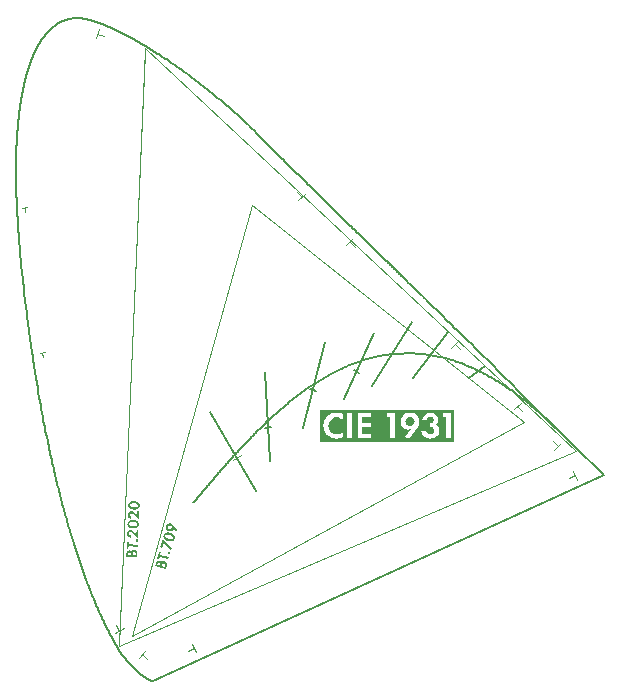
<source format=gto>
%TF.GenerationSoftware,KiCad,Pcbnew,9.0.6-rc1-2-g790dee114b*%
%TF.CreationDate,2025-10-17T23:20:01-04:00*%
%TF.ProjectId,MetamerBoard,4d657461-6d65-4724-926f-6172642e6b69,rev?*%
%TF.SameCoordinates,Original*%
%TF.FileFunction,Legend,Top*%
%TF.FilePolarity,Positive*%
%FSLAX45Y45*%
G04 Gerber Fmt 4.5, Leading zero omitted, Abs format (unit mm)*
G04 Created by KiCad (PCBNEW 9.0.6-rc1-2-g790dee114b) date 2025-10-17 23:20:01*
%MOMM*%
%LPD*%
G01*
G04 APERTURE LIST*
%ADD10C,0.200000*%
%ADD11C,0.100000*%
%ADD12C,0.012700*%
%ADD13C,0.254000*%
%ADD14C,0.250000*%
%ADD15C,0.152400*%
G04 APERTURE END LIST*
D10*
X14940755Y-9227232D02*
X14943144Y-9229573D01*
X13208001Y-13043199D02*
X13208060Y-13043286D01*
X15938030Y-10204420D02*
X15954222Y-10220336D01*
X12336687Y-8818200D02*
X12337141Y-8805904D01*
X12403657Y-10018318D02*
X12411019Y-10082291D01*
X13316938Y-13176281D02*
X13319034Y-13178440D01*
X15579818Y-9852927D02*
X15585714Y-9858705D01*
X12381204Y-8360097D02*
X12382432Y-8353095D01*
X15313504Y-9592164D02*
X15316227Y-9594828D01*
X15254195Y-9534120D02*
X15256867Y-9536734D01*
X13208306Y-13043646D02*
X13208369Y-13043739D01*
X15085520Y-9369029D02*
X15088041Y-9371497D01*
X12537631Y-7892307D02*
X12539648Y-7889070D01*
X14644765Y-8936385D02*
X14648968Y-8940530D01*
X15346333Y-9624294D02*
X15349084Y-9626987D01*
X12918407Y-7696356D02*
X12920385Y-7696729D01*
X16229102Y-10665996D02*
X16240403Y-10671372D01*
X15757862Y-10027495D02*
X15767143Y-10036602D01*
X12747444Y-11880368D02*
X12752434Y-11898469D01*
X12347533Y-9384223D02*
X12348159Y-9394388D01*
X16471000Y-10802772D02*
X16482762Y-10810570D01*
X13308023Y-13166937D02*
X13310396Y-13169449D01*
X12564716Y-7852036D02*
X12566878Y-7849103D01*
X14062266Y-11525336D02*
X14067110Y-11519800D01*
X12890851Y-7692097D02*
X12891765Y-7692208D01*
X15373949Y-9651325D02*
X15376724Y-9654041D01*
X12472206Y-8023479D02*
X12473837Y-8019468D01*
X15365714Y-10561237D02*
X15385036Y-10556828D01*
X14456684Y-8750228D02*
X14460494Y-8754016D01*
X12860483Y-7689894D02*
X12861305Y-7689911D01*
X12529672Y-7905485D02*
X12531645Y-7902156D01*
X14788013Y-9077363D02*
X14792501Y-9081772D01*
X13140123Y-7772218D02*
X13142876Y-7773458D01*
X14691320Y-10907345D02*
X14699705Y-10900833D01*
X15452536Y-9728260D02*
X15455378Y-9731042D01*
X14921728Y-9208580D02*
X14924098Y-9210904D01*
X12742488Y-11862228D02*
X12747444Y-11880368D01*
X15413010Y-9689562D02*
X15415818Y-9692310D01*
X12361878Y-9586866D02*
X12363081Y-9601803D01*
X13910099Y-11702690D02*
X13912435Y-11699926D01*
X14464313Y-8757811D02*
X14468140Y-8761614D01*
X12667945Y-7748565D02*
X12671490Y-7746131D01*
X16706471Y-10978677D02*
X16714608Y-10985492D01*
X12334259Y-9060488D02*
X12334344Y-9065676D01*
X13126462Y-7766141D02*
X13129181Y-7767339D01*
X14870136Y-9157984D02*
X14874782Y-9162542D01*
X13110302Y-7759133D02*
X13112978Y-7760279D01*
X12465784Y-8039725D02*
X12467374Y-8035634D01*
X12694120Y-7732030D02*
G75*
G02*
X12699675Y-7728934I164740J-289020D01*
G01*
X13291052Y-13148438D02*
X13293585Y-13151259D01*
X13912435Y-11699926D02*
X13914773Y-11697163D01*
X12977383Y-7710596D02*
X12979623Y-7711247D01*
X13323269Y-13182759D02*
X13325407Y-13184918D01*
X14375929Y-11188112D02*
X14383742Y-11180372D01*
X12901054Y-7693456D02*
X12902942Y-7693737D01*
X13938222Y-11669498D02*
X13940574Y-11666729D01*
X15401803Y-9678590D02*
X15404601Y-9681329D01*
X14586805Y-8879173D02*
X14590890Y-8883210D01*
X15023220Y-9308025D02*
X15025685Y-9310440D01*
X13075849Y-12797066D02*
X13081027Y-12807838D01*
X15573931Y-9847159D02*
X15579818Y-9852927D01*
X12453437Y-8073159D02*
X12454944Y-8068912D01*
X13394812Y-13246769D02*
X13396470Y-13248045D01*
X13386582Y-13240289D02*
X13388220Y-13241597D01*
X15767143Y-10036602D02*
X15776447Y-10045731D01*
X14919360Y-9206258D02*
X14921728Y-9208580D01*
X12614873Y-7793180D02*
X12617284Y-7790794D01*
X14853321Y-10790950D02*
X14862006Y-10785282D01*
X12464204Y-8043836D02*
X12465784Y-8039725D01*
X12333757Y-9015281D02*
X12333789Y-9020170D01*
X12962322Y-12535437D02*
X12967039Y-12547330D01*
X12358425Y-9542596D02*
X12359550Y-9557261D01*
X12345612Y-8655192D02*
X12346364Y-8645359D01*
X12337518Y-9181973D02*
X12337736Y-9187850D01*
X13207199Y-13042019D02*
X13207247Y-13042090D01*
X12335241Y-9108346D02*
X12335380Y-9113824D01*
X15675327Y-9946542D02*
X15684409Y-9955447D01*
X13971267Y-11630700D02*
X13973637Y-11627927D01*
X12333789Y-9020170D02*
X12333827Y-9025093D01*
X14336132Y-8630246D02*
X14345571Y-8639529D01*
X16047542Y-10593481D02*
X16062152Y-10598343D01*
X12518061Y-7925926D02*
X12519969Y-7922464D01*
X13227028Y-7813785D02*
X13231451Y-7816023D01*
X13208630Y-13044120D02*
X13208766Y-13044317D01*
X13961800Y-11641791D02*
X13964164Y-11639018D01*
X13696410Y-8100617D02*
X13715487Y-8114079D01*
X13322538Y-7864434D02*
X13327215Y-7867031D01*
X14534883Y-11038173D02*
X14542982Y-11030977D01*
X15136385Y-9418820D02*
X15138952Y-9421333D01*
X12549900Y-7873230D02*
X12551983Y-7870131D01*
X14967151Y-9253100D02*
X14969564Y-9255464D01*
X12868828Y-7690191D02*
X12869677Y-7690235D01*
X13213211Y-13050716D02*
X13213532Y-13051171D01*
X12539648Y-7889070D02*
X12541677Y-7885856D01*
X12466125Y-10499863D02*
G75*
G02*
X12423607Y-10186343I14487205J2124333D01*
G01*
X14907551Y-9194680D02*
X14912268Y-9199305D01*
X14691473Y-8982413D02*
X14695771Y-8986644D01*
X13213532Y-13051171D02*
X13213859Y-13051635D01*
X12510536Y-7939997D02*
X12512401Y-7936446D01*
X12840935Y-7690146D02*
X12845424Y-7689989D01*
X12660920Y-7753578D02*
X12664422Y-7751047D01*
X13952353Y-11652878D02*
X13954713Y-11650106D01*
X14632205Y-8923998D02*
X14636383Y-8928119D01*
X12893928Y-12352043D02*
X12898351Y-12364546D01*
X13396470Y-13248045D02*
X13398133Y-13249315D01*
X12932456Y-7699182D02*
X12934502Y-7699626D01*
X14833286Y-9121822D02*
X14837861Y-9126314D01*
X15246195Y-9526291D02*
X15248860Y-9528898D01*
X13441276Y-13278743D02*
X13442588Y-13279528D01*
X16518183Y-10834686D02*
X16530035Y-10842968D01*
X12398115Y-8272804D02*
X12399195Y-8267807D01*
X12339969Y-9242071D02*
X12340247Y-9248241D01*
X14932077Y-10741735D02*
X14940909Y-10736523D01*
X12705278Y-7725951D02*
G75*
G02*
X12711875Y-7722614I150322J-289009D01*
G01*
X15308066Y-9586841D02*
X15310784Y-9589501D01*
X16755447Y-11020428D02*
X16763646Y-11027589D01*
X13031101Y-7727988D02*
X13033538Y-7728857D01*
X13124963Y-12895467D02*
X13128539Y-12902309D01*
X12364758Y-8468086D02*
X12365741Y-8460721D01*
X15354593Y-9632379D02*
X15357351Y-9635078D01*
X16287910Y-10548967D02*
X16326543Y-10587097D01*
X14296000Y-11269343D02*
X14301113Y-11264039D01*
X12383676Y-8346120D02*
X12384937Y-8339169D01*
X13282417Y-13138666D02*
X13285459Y-13142136D01*
X13362160Y-13219685D02*
X13364121Y-13221414D01*
X16389290Y-10751516D02*
X16400897Y-10758485D01*
X13482562Y-13300086D02*
X13483912Y-13300662D01*
X15055439Y-9339577D02*
X15057933Y-9342019D01*
X15813884Y-10082476D02*
X15826442Y-10094805D01*
X13209189Y-13044933D02*
X13209336Y-13045147D01*
X12342371Y-9292224D02*
X12342699Y-9298620D01*
X12521888Y-7919023D02*
X12523817Y-7915605D01*
X13321145Y-13180600D02*
X13323269Y-13182759D01*
X12610863Y-11314189D02*
X12615877Y-11337744D01*
X13004844Y-7719045D02*
X13007189Y-7719812D01*
X13225040Y-13067141D02*
X13226043Y-13068502D01*
X13231451Y-7816023D02*
X13235887Y-7818279D01*
X12554077Y-7867056D02*
X12556183Y-7864005D01*
X12619707Y-7788433D02*
X12622141Y-7786097D01*
X16846207Y-11102409D02*
X16854520Y-11110216D01*
X13235902Y-13081634D02*
X13239007Y-13085687D01*
X14801503Y-9090615D02*
X14806017Y-9095049D01*
X13200772Y-7800730D02*
X13205114Y-7802861D01*
X12394931Y-8287890D02*
X12395983Y-8282846D01*
X13905429Y-11708213D02*
X13907763Y-11705452D01*
X14835998Y-10802432D02*
X14844652Y-10796667D01*
X12346921Y-9374117D02*
X12347533Y-9384223D01*
X13139322Y-12922679D02*
X13142935Y-12929418D01*
X13258263Y-7829824D02*
X13262776Y-7832185D01*
X15407671Y-10552060D02*
G75*
G02*
X15430407Y-10547703I248799J-1236800D01*
G01*
X15889265Y-10551859D02*
X15907028Y-10555517D01*
X15368407Y-9645900D02*
X15371177Y-9648612D01*
X12829899Y-12160254D02*
X12834034Y-12173272D01*
X13210793Y-13047255D02*
X13210970Y-13047509D01*
X13983131Y-11616832D02*
X13985508Y-11614058D01*
X15527185Y-9801365D02*
X15532995Y-9807055D01*
X12340247Y-9248241D02*
X12340532Y-9254440D01*
X13262776Y-7832185D02*
X13267301Y-7834564D01*
X16128359Y-10622520D02*
X16139467Y-10626919D01*
X15115929Y-9398797D02*
X15118478Y-9401292D01*
X13285459Y-13142136D02*
X13288237Y-13145279D01*
X12657765Y-11525469D02*
X12663224Y-11548815D01*
X12708712Y-11734232D02*
X12713439Y-11752619D01*
X12376183Y-9751929D02*
X12378421Y-9775713D01*
X14396827Y-8690614D02*
X14400507Y-8694285D01*
X15330480Y-10570080D02*
X15346465Y-10565939D01*
X12440330Y-8112231D02*
X12441746Y-8107815D01*
X13467780Y-13293257D02*
X13469118Y-13293913D01*
X15262216Y-9541970D02*
X15264895Y-9544591D01*
X14110947Y-11470078D02*
X14115846Y-11464567D01*
X12940696Y-7701019D02*
X12942780Y-7701503D01*
X13917112Y-11694399D02*
X13919453Y-11691634D01*
X13231596Y-13075949D02*
X13233516Y-13078494D01*
X12939034Y-12475327D02*
X12943652Y-12487433D01*
X13898435Y-11716495D02*
X13900765Y-11713735D01*
X12357472Y-8527813D02*
X12358328Y-8520271D01*
X12573429Y-7840450D02*
X12575635Y-7837614D01*
X13472132Y-7952319D02*
X13480413Y-7957457D01*
X16217823Y-10660729D02*
X16229102Y-10665996D01*
X12911736Y-12401828D02*
X12916237Y-12414178D01*
X12873963Y-7690497D02*
X12874828Y-7690558D01*
X15302637Y-9581527D02*
X15305350Y-9584183D01*
X12934435Y-12463178D02*
X12939034Y-12475327D01*
X14235111Y-11333574D02*
X14240153Y-11328183D01*
X15159573Y-9441516D02*
X15162161Y-9444049D01*
X14933603Y-9220222D02*
X14935985Y-9222556D01*
X16946662Y-11200043D02*
X16955102Y-11208572D01*
X16541909Y-10851371D02*
X16553806Y-10859897D01*
X15404601Y-9681329D02*
X15407402Y-9684071D01*
X14506864Y-8800049D02*
X14510781Y-8803933D01*
X12393889Y-8292950D02*
X12394931Y-8287890D01*
X12342049Y-9285857D02*
X12342371Y-9292224D01*
X13462437Y-13290562D02*
X13463771Y-13291246D01*
X13209486Y-13045365D02*
X13209639Y-13045587D01*
X16091484Y-10608622D02*
X16106206Y-10614041D01*
X15362875Y-9640485D02*
X15365640Y-9643191D01*
X14674596Y-10920490D02*
X14682950Y-10913898D01*
X14796998Y-9086190D02*
X14801503Y-9090615D01*
X13879838Y-11738546D02*
X13882159Y-11735792D01*
X13198226Y-13027287D02*
X13201986Y-13033593D01*
X15975048Y-10571898D02*
X15989473Y-10575854D01*
X15048201Y-10678237D02*
X15057252Y-10673748D01*
X16253062Y-10514587D02*
X16287910Y-10548967D01*
X14199984Y-11371481D02*
X14204985Y-11366049D01*
X15693514Y-9964375D02*
X15702640Y-9973325D01*
X12470585Y-8027511D02*
X12472206Y-8023479D01*
X15822277Y-10540389D02*
G75*
G02*
X15846863Y-10544171I-179517J-1248571D01*
G01*
X14160185Y-11415129D02*
X14165140Y-11409657D01*
X15297217Y-9576223D02*
X15299925Y-9578874D01*
X13009542Y-7720587D02*
X13011904Y-7721372D01*
X12650539Y-7761459D02*
X12653978Y-7758785D01*
X16524458Y-10782724D02*
X16594684Y-10852256D01*
D11*
X14335750Y-9270683D02*
X16634673Y-11105894D01*
D10*
X12836470Y-7690359D02*
X12840935Y-7690146D01*
X12466126Y-10499863D02*
X12477079Y-10573227D01*
X14674369Y-8965565D02*
X14678632Y-8969765D01*
X12605344Y-7802983D02*
X12607709Y-7800494D01*
X13206607Y-13041144D02*
X13206644Y-13041199D01*
X13065556Y-12775364D02*
X13070692Y-12786241D01*
X15196014Y-9477181D02*
X15198634Y-9479745D01*
X14976817Y-9262570D02*
X14979239Y-9264943D01*
X12342841Y-8694808D02*
X12343499Y-8684863D01*
X13513741Y-7978406D02*
X13522122Y-7983741D01*
X12805492Y-12081508D02*
X12809513Y-12094706D01*
X12990919Y-12606124D02*
X12995755Y-12617746D01*
X12412913Y-8209095D02*
X12414120Y-8204309D01*
X12889029Y-7691884D02*
X12889938Y-7691989D01*
X12335833Y-9130444D02*
X12335996Y-9136047D01*
X12437529Y-8121118D02*
X12438924Y-8116666D01*
X14165140Y-11409657D02*
X14170100Y-11404188D01*
X15188869Y-10616079D02*
X15201294Y-10611375D01*
X12558300Y-7860977D02*
X12560427Y-7857973D01*
X15954222Y-10220336D02*
X15970477Y-10236316D01*
X14407265Y-11157289D02*
X14415134Y-11149642D01*
X13968898Y-11633473D02*
X13971267Y-11630700D01*
X14938369Y-9224893D02*
X14940755Y-9227232D01*
X13367274Y-13224167D02*
X13368857Y-13225537D01*
X13931174Y-11677803D02*
X13933522Y-11675035D01*
X14280697Y-11285302D02*
X14285792Y-11279975D01*
X13438656Y-13277157D02*
X13439965Y-13277953D01*
X15164751Y-9446584D02*
X15167344Y-9449121D01*
X15340838Y-9618916D02*
X15343585Y-9621604D01*
X12341597Y-8714779D02*
X12342208Y-8704780D01*
X14940909Y-10736523D02*
X14949758Y-10731365D01*
X15164111Y-10625835D02*
X15176474Y-10620900D01*
X13420080Y-13265151D02*
X13421793Y-13266312D01*
X15062929Y-9346910D02*
X15065430Y-9349359D01*
X12595998Y-7813191D02*
X12598318Y-7810601D01*
X12368786Y-8438763D02*
X12369833Y-8431490D01*
X12447510Y-8090337D02*
X12448976Y-8086014D01*
X14730461Y-9020786D02*
X14734836Y-9025089D01*
X12333684Y-8991346D02*
X12333688Y-8984999D01*
X13209954Y-13046043D02*
X13210116Y-13046277D01*
X13404820Y-13254325D02*
X13406501Y-13255560D01*
X12480468Y-8003624D02*
X12482152Y-7999714D01*
X12336265Y-8830529D02*
X12336687Y-8818200D01*
X16601620Y-10895233D02*
X16613630Y-10904378D01*
X14495160Y-8788440D02*
X14499053Y-8792302D01*
X15461067Y-9736613D02*
X15463916Y-9739402D01*
X13352474Y-13210955D02*
X13354395Y-13212712D01*
X12801491Y-12068282D02*
X12805492Y-12081508D01*
X13426951Y-13269744D02*
X13428677Y-13270870D01*
X15043002Y-9327398D02*
X15045485Y-9329830D01*
X13053324Y-7736139D02*
X13055833Y-7737090D01*
X13078768Y-7746057D02*
X13081355Y-7747098D01*
X12859241Y-12250709D02*
X12863509Y-12263499D01*
X13461105Y-13289871D02*
X13462437Y-13290562D01*
X13383319Y-13237655D02*
X13384949Y-13238975D01*
X12336341Y-9147345D02*
X12336522Y-9153040D01*
X13760708Y-8146512D02*
X13788602Y-8166885D01*
X16369048Y-10629070D02*
X16415520Y-10674985D01*
X13083949Y-7748148D02*
X13086551Y-7749207D01*
X14699705Y-10900833D02*
X14708106Y-10894360D01*
X15131257Y-9413801D02*
X15133820Y-9416310D01*
X13213839Y-7807177D02*
X13218222Y-7809362D01*
X13026252Y-7726278D02*
X13028672Y-7727128D01*
X14682904Y-8973973D02*
X14687184Y-8978189D01*
X15078436Y-10663503D02*
X15090583Y-10657795D01*
X13976009Y-11625153D02*
X13978382Y-11622380D01*
X14687184Y-8978189D02*
X14691473Y-8982413D01*
X15060430Y-9344464D02*
X15062929Y-9346910D01*
X14611442Y-8903507D02*
X14615577Y-8907589D01*
X12436144Y-8125589D02*
X12437529Y-8121118D01*
X16240403Y-10671372D02*
X16251725Y-10676859D01*
X15123583Y-9406289D02*
X15126138Y-9408791D01*
X15278321Y-9557731D02*
X15281014Y-9560366D01*
X12333687Y-8996065D02*
X12333691Y-8998437D01*
X12338425Y-9205659D02*
X12338667Y-9211655D01*
X14665868Y-8957189D02*
X14670114Y-8961373D01*
X16963552Y-11217162D02*
X16972014Y-11225814D01*
X14321624Y-11242906D02*
X14326767Y-11237644D01*
X13884480Y-11733038D02*
X13886803Y-11730282D01*
X16435849Y-10780095D02*
X16447543Y-10787535D01*
X14810135Y-10820009D02*
X14818740Y-10814103D01*
X15360112Y-9637780D02*
X15362875Y-9640485D01*
X14874782Y-9162542D02*
X14879436Y-9167108D01*
X13060875Y-7739020D02*
X13063408Y-7739998D01*
X13253762Y-7827480D02*
X13258263Y-7829824D01*
X13425228Y-13268609D02*
X13426951Y-13269744D01*
X13010381Y-12652330D02*
X13015297Y-12663763D01*
X12334745Y-9086754D02*
X12334860Y-9092104D01*
X13207605Y-13042618D02*
X13207659Y-13042697D01*
X12344884Y-8665054D02*
X12345612Y-8655192D01*
X15006030Y-9291188D02*
X15008479Y-9293587D01*
X13327215Y-7867031D02*
X13331903Y-7869645D01*
X12867137Y-7690110D02*
X12867981Y-7690149D01*
X13999411Y-8330133D02*
X14039103Y-8362792D01*
X12372234Y-9708787D02*
X12374004Y-9728322D01*
X13016653Y-7722970D02*
X13019040Y-7723783D01*
X15343585Y-9621604D02*
X15346333Y-9624294D01*
X15169938Y-9451661D02*
X15172536Y-9454203D01*
X15942726Y-10563645D02*
X15960660Y-10568119D01*
X14220022Y-11349784D02*
X14225046Y-11344374D01*
X15128697Y-9411295D02*
X15131257Y-9413801D01*
X15126138Y-9408791D02*
X15128697Y-9411295D01*
X12583686Y-11182087D02*
X12589381Y-11210412D01*
X12971775Y-12559178D02*
X12976531Y-12570983D01*
X12367171Y-9650956D02*
X12368817Y-9670102D01*
X13209336Y-13045147D02*
X13209486Y-13045365D01*
X13218140Y-13057652D02*
X13218684Y-13058408D01*
X16913008Y-11166535D02*
X16921406Y-11174821D01*
X15310784Y-9589501D02*
X15313504Y-9592164D01*
X12626052Y-11384807D02*
X12631214Y-11408310D01*
X15188167Y-9469501D02*
X15190780Y-9472059D01*
X13421286Y-7921379D02*
X13427797Y-7925281D01*
X14426494Y-8720188D02*
X14430239Y-8723918D01*
X16106206Y-10614041D02*
X16117272Y-10618228D01*
X15521385Y-9795684D02*
X15527185Y-9801365D01*
X12951209Y-7703540D02*
X12953340Y-7704074D01*
X15003583Y-9288792D02*
X15006030Y-9291188D01*
X13187831Y-7794447D02*
X13192131Y-7796523D01*
X13107218Y-12860880D02*
X13110749Y-12867848D01*
X12891765Y-7692208D02*
X12892683Y-7692321D01*
X14393155Y-8686950D02*
X14396827Y-8690614D01*
X13206801Y-13041431D02*
X13206842Y-13041492D01*
X12335876Y-8842889D02*
X12336265Y-8830529D01*
X14971980Y-9257831D02*
X14974397Y-9260199D01*
X14342232Y-11221912D02*
X14347399Y-11216686D01*
X14952720Y-9238958D02*
X14955119Y-9241309D01*
X12878316Y-7690826D02*
X12879194Y-7690899D01*
X15151779Y-10630883D02*
X15164111Y-10625835D01*
X14494606Y-11074617D02*
X14502632Y-11067268D01*
X13210449Y-13046758D02*
X13210620Y-13047005D01*
X14879426Y-10774093D02*
X14888160Y-10768573D01*
X15921901Y-10188569D02*
X15938030Y-10204420D01*
X14140422Y-11437064D02*
X14145354Y-11431574D01*
X13451812Y-13284852D02*
X13453136Y-13285589D01*
X14879436Y-9167108D02*
X14884100Y-9171682D01*
X12647120Y-7764182D02*
X12650539Y-7761459D01*
X14964740Y-9250737D02*
X14967151Y-9253100D01*
X12627044Y-7781505D02*
X12629512Y-7779247D01*
X12646995Y-11478685D02*
X12652355Y-11502092D01*
X12886316Y-7691584D02*
X12887217Y-7691682D01*
X13487967Y-13302346D02*
X13489321Y-13302891D01*
X15905835Y-10172782D02*
X15921901Y-10188569D01*
X14959925Y-9246019D02*
X14962332Y-9248377D01*
X14888160Y-10768573D02*
X14896911Y-10763103D01*
X14837861Y-9126314D02*
X14842445Y-9130813D01*
X12925297Y-12438758D02*
X12929856Y-12450988D01*
X12377620Y-8381255D02*
X12378798Y-8374177D01*
X14522585Y-8815632D02*
X14526536Y-8819546D01*
X13207942Y-13043113D02*
X13208001Y-13043199D01*
X12334106Y-9050209D02*
X12334180Y-9055332D01*
X12580081Y-7832014D02*
X12582321Y-7829251D01*
X13210116Y-13046277D02*
X13210281Y-13046516D01*
X13411567Y-13259217D02*
X13413263Y-13260420D01*
X13206842Y-13041492D02*
X13206884Y-13041554D01*
X15657229Y-9928798D02*
X15666267Y-9937659D01*
X14902843Y-9190064D02*
X14907551Y-9194680D01*
X13337409Y-13196759D02*
X13339262Y-13198545D01*
X15015839Y-9300796D02*
X15018297Y-9303204D01*
X15256867Y-9536734D02*
X15259540Y-9539351D01*
X13043366Y-7732424D02*
X13045844Y-7733339D01*
X12392856Y-8298024D02*
X12393889Y-8292950D01*
X13896106Y-11719254D02*
X13898435Y-11716495D01*
X13183279Y-13001787D02*
X13187002Y-13008204D01*
X13408313Y-7913655D02*
X13414792Y-7917503D01*
X13209470Y-7805010D02*
X13213839Y-7807177D01*
X14974397Y-9260199D02*
X14976817Y-9262570D01*
X12395983Y-8282846D02*
X12397044Y-8277817D01*
X13153828Y-12949475D02*
X13157477Y-12956108D01*
X15075457Y-9359176D02*
X15077969Y-9361636D01*
X13121047Y-7763771D02*
X13123751Y-7764952D01*
X15286405Y-9565642D02*
X15289105Y-9568284D01*
X13443901Y-13280306D02*
X13445216Y-13281079D01*
X15332613Y-9610866D02*
X15335353Y-9613547D01*
X12990956Y-7714648D02*
X12993249Y-7715358D01*
X14733402Y-10875191D02*
X14741865Y-10868884D01*
X12783067Y-12006196D02*
X12788289Y-12023994D01*
X12333688Y-8984999D02*
X12333727Y-8970212D01*
X14636383Y-8928119D02*
X14640569Y-8932248D01*
X15444027Y-9719928D02*
X15446861Y-9722703D01*
X13408186Y-13256786D02*
X13409875Y-13258005D01*
X12936557Y-7700081D02*
X12938622Y-7700545D01*
X12356252Y-9513543D02*
X12357326Y-9528023D01*
X12892683Y-7692321D02*
X12893603Y-7692437D01*
X12986103Y-12594456D02*
X12990919Y-12606124D01*
X15030151Y-10687390D02*
X15039168Y-10682784D01*
X15504044Y-9778699D02*
X15509815Y-9784351D01*
X14154874Y-8461889D02*
X14171649Y-8476751D01*
X13335565Y-13194970D02*
X13337409Y-13196759D01*
X16771855Y-11034807D02*
X16780075Y-11042084D01*
X13210281Y-13046516D02*
X13210449Y-13046758D01*
X13023840Y-7725437D02*
X13026252Y-7726278D01*
X14640569Y-8932248D02*
X14644765Y-8936385D01*
X16163665Y-10426458D02*
X16190986Y-10453382D01*
X14011739Y-11583543D02*
X14014132Y-11580769D01*
X13045844Y-7733339D02*
X13048329Y-7734263D01*
X16415520Y-10674985D02*
X16466062Y-10724953D01*
X15093092Y-9376441D02*
X15095620Y-9378916D01*
X12363081Y-9601803D02*
X12364310Y-9616829D01*
X13201986Y-13033593D02*
X13205755Y-13039870D01*
X12425422Y-8162004D02*
X12426727Y-8157390D01*
X14819612Y-9108398D02*
X14824161Y-9112865D01*
X12889524Y-12339502D02*
X12893928Y-12352043D01*
X13207345Y-13042235D02*
X13207396Y-13042310D01*
X15298662Y-10578958D02*
X15314546Y-10574420D01*
X13206535Y-13041037D02*
X13206571Y-13041090D01*
X13342994Y-13202109D02*
X13344873Y-13203886D01*
X16195328Y-10650526D02*
X16206565Y-10655573D01*
X12797508Y-12055027D02*
X12801491Y-12068282D01*
X12461076Y-8052117D02*
X12462635Y-8047967D01*
X15544643Y-9818465D02*
X15550481Y-9824185D01*
X12333710Y-9005605D02*
X12333731Y-9010426D01*
X12411717Y-8213897D02*
X12412913Y-8209095D01*
X13298738Y-13156932D02*
X13301028Y-13159425D01*
X13329725Y-13189232D02*
X13331904Y-13191386D01*
X15633235Y-9905277D02*
X15639219Y-9911142D01*
X12620940Y-11361284D02*
X12626052Y-11384807D01*
X12333808Y-8955459D02*
X12333912Y-8942841D01*
X14016525Y-11577995D02*
X14018921Y-11575221D01*
X15230258Y-9510694D02*
X15232908Y-9513288D01*
X13233516Y-13078494D02*
X13235902Y-13081634D01*
X12589381Y-11210412D02*
X12595146Y-11238731D01*
X13455787Y-13287042D02*
X13457114Y-13287759D01*
X12387510Y-8325348D02*
X12388821Y-8318477D01*
X12368817Y-9670102D02*
X12370505Y-9689380D01*
X15609397Y-9881913D02*
X15615342Y-9887739D01*
X12757456Y-11916530D02*
X12762512Y-11934550D01*
X12720454Y-7718552D02*
G75*
G02*
X12779414Y-7698440I130636J-286488D01*
G01*
X13207059Y-13041813D02*
X13207105Y-13041881D01*
X12510398Y-10782023D02*
X12517512Y-10824128D01*
X13957074Y-11647335D02*
X13959436Y-11644563D01*
X13331903Y-7869645D02*
X13338171Y-7873156D01*
X15213751Y-10606787D02*
X15226239Y-10602318D01*
X13094402Y-7752437D02*
X13097033Y-7753531D01*
X13212289Y-13049400D02*
X13212488Y-13049686D01*
X14984090Y-9269696D02*
X14986518Y-9272075D01*
X15435539Y-9711618D02*
X15438366Y-9714386D01*
X15562187Y-9835653D02*
X15568054Y-9841401D01*
X14125659Y-11453555D02*
X14130575Y-11448055D01*
X12906748Y-7694330D02*
X12908667Y-7694642D01*
X14756841Y-9046728D02*
X14761269Y-9051080D01*
X13206683Y-13041255D02*
X13206721Y-13041313D01*
X13954713Y-11650106D02*
X13957074Y-11647335D01*
X13235887Y-7818279D02*
X13240337Y-7820554D01*
X13882159Y-11735792D02*
X13884480Y-11733038D01*
X12530534Y-10899194D02*
X12537225Y-10936811D01*
X14914461Y-10752316D02*
X14923261Y-10747000D01*
X15324410Y-9602837D02*
X15327142Y-9605511D01*
X13940574Y-11666729D02*
X13942927Y-11663959D01*
X14285792Y-11279975D02*
X14290893Y-11274655D01*
X15219680Y-9500342D02*
X15222321Y-9502926D01*
X16799543Y-11055453D02*
X17308454Y-11562634D01*
X12902793Y-12377011D02*
X12907255Y-12389439D01*
X13584679Y-8024406D02*
X13596611Y-8032328D01*
D11*
X13313599Y-12919668D02*
X14335750Y-9270683D01*
D10*
X12334860Y-9092104D02*
X12334981Y-9097487D01*
X13170776Y-7786328D02*
X13175018Y-7788330D01*
X15066319Y-10669318D02*
X15078436Y-10663503D01*
X12869677Y-7690235D02*
X12870529Y-7690282D01*
X15415818Y-9692310D02*
X15418628Y-9695062D01*
X14514708Y-8807825D02*
X14518642Y-8811725D01*
X16747259Y-11013326D02*
X16755447Y-11020428D01*
X13889127Y-11727526D02*
X13891452Y-11724769D01*
X12343547Y-9314728D02*
X12344074Y-9324475D01*
X14566506Y-8859107D02*
X14570549Y-8863105D01*
X15826442Y-10094805D02*
X15839040Y-10107175D01*
X15190780Y-9472059D02*
X15193396Y-9474619D01*
X14367679Y-8661499D02*
X14371294Y-8665114D01*
X15432715Y-9708853D02*
X15435539Y-9711618D01*
X14633052Y-10954028D02*
X14641330Y-10947245D01*
X15035567Y-9320117D02*
X15038043Y-9322542D01*
X14382188Y-8675999D02*
X14385836Y-8679642D01*
X12364310Y-9616829D02*
X12365565Y-9631942D01*
X15238759Y-10597967D02*
X15251310Y-10593736D01*
X15711788Y-9982297D02*
X15720959Y-9991292D01*
X14981663Y-9267318D02*
X14984090Y-9269696D01*
X13552441Y-8003267D02*
X13562597Y-8009885D01*
X13370446Y-13226903D02*
X13372039Y-13228265D01*
X13990265Y-11608510D02*
X13992646Y-11605736D01*
X13060439Y-12764433D02*
X13065556Y-12775364D01*
X13433871Y-13274190D02*
X13435609Y-13275277D01*
X13296147Y-13154091D02*
X13298738Y-13156932D01*
X14452881Y-8746447D02*
X14456684Y-8750228D01*
X12880959Y-7691055D02*
X12881845Y-7691136D01*
X15151823Y-9433930D02*
X15154404Y-9436457D01*
X12433403Y-8134586D02*
X12434768Y-8130078D01*
X14230075Y-11338971D02*
X14235111Y-11333574D01*
X15172536Y-9454203D02*
X15175135Y-9456747D01*
X15851678Y-10119585D02*
X15864356Y-10132035D01*
X14326767Y-11237644D02*
X14331916Y-11232391D01*
X13947637Y-11658419D02*
X13949994Y-11655648D01*
X13014274Y-7722166D02*
X13016653Y-7722970D01*
X14700077Y-8990884D02*
X14704392Y-8995132D01*
X16112881Y-10376435D02*
X16136508Y-10399705D01*
X15446861Y-9722703D02*
X15449698Y-9725480D01*
X14741865Y-10868884D02*
X14750343Y-10862621D01*
X13356325Y-13214463D02*
X13358262Y-13216209D01*
X14478597Y-11089402D02*
X14486594Y-11081995D01*
X12508682Y-7943569D02*
X12510536Y-7939997D01*
X15788886Y-10057939D02*
X15801365Y-10070188D01*
X13208060Y-13043286D02*
X13208120Y-13043374D01*
X12333921Y-9035040D02*
X12333977Y-9040063D01*
X13369789Y-7891142D02*
X13376167Y-7894825D01*
X12874828Y-7690558D02*
X12875696Y-7690621D01*
X14399410Y-11164959D02*
X14407265Y-11157289D01*
X13097033Y-7753531D02*
X13099672Y-7754634D01*
X12671490Y-7746131D02*
X12675055Y-7743746D01*
X13483912Y-13300662D02*
X13485263Y-13301231D01*
X13447850Y-13282607D02*
X13449169Y-13283361D01*
X15243533Y-9523686D02*
X15246195Y-9526291D01*
X13187002Y-13008204D02*
X13190734Y-13014593D01*
X14530495Y-8823468D02*
X14534463Y-8827398D01*
X14257560Y-8555069D02*
X14270559Y-8567259D01*
X13228475Y-13071780D02*
X13229921Y-13073717D01*
X12389664Y-9888949D02*
X12393558Y-9926094D01*
X14145354Y-11431574D02*
X14150292Y-11426088D01*
X13333730Y-13193179D02*
X13335565Y-13194970D01*
X12675055Y-7743746D02*
X12679541Y-7740833D01*
X14538439Y-8831335D02*
X14542424Y-8835280D01*
X12357326Y-9528023D02*
X12358425Y-9542596D01*
X12838187Y-12186259D02*
X12842359Y-12199215D01*
X16904621Y-11158309D02*
X16913008Y-11166535D01*
X13215230Y-13053574D02*
X13215589Y-13054079D01*
X13463872Y-7947222D02*
X13472132Y-7952319D01*
X12582321Y-7829251D02*
X12584572Y-7826513D01*
X12335525Y-9119333D02*
X12335676Y-9124873D01*
X13249274Y-7825154D02*
X13253762Y-7827480D01*
X14888772Y-9176265D02*
X14893454Y-9180856D01*
X13395404Y-7906040D02*
X13401850Y-7909833D01*
X14844652Y-10796667D02*
X14853321Y-10790950D01*
X12499573Y-7961755D02*
X12501373Y-7958074D01*
X12356633Y-8535377D02*
X12357472Y-8527813D01*
X14315539Y-8610187D02*
X14326651Y-8620978D01*
X15080484Y-9364098D02*
X15083001Y-9366562D01*
X14947927Y-9234261D02*
X14950322Y-9236608D01*
X16730913Y-10999294D02*
X16739081Y-11006281D01*
X15267575Y-9547214D02*
X15270258Y-9549840D01*
X12343034Y-9305043D02*
X12343547Y-9314728D01*
X13209045Y-13044724D02*
X13209189Y-13044933D01*
X14135496Y-11442557D02*
X14140422Y-11437064D01*
X12393558Y-9926094D02*
X12398046Y-9967769D01*
X12333731Y-9010426D02*
X12333757Y-9015281D01*
X12517512Y-10824128D02*
X12523963Y-10861630D01*
X13168480Y-12975847D02*
X13172166Y-12982373D01*
X14185016Y-11387812D02*
X14190000Y-11382363D01*
X12348159Y-9394388D02*
X12348800Y-9404611D01*
X15108905Y-10914794D02*
X15362669Y-10354058D01*
X16887879Y-11142038D02*
X16896245Y-11150143D01*
X15396213Y-9673118D02*
X15399007Y-9675853D01*
X12334640Y-8892636D02*
X12334901Y-8880155D01*
X14726095Y-9016490D02*
X14730461Y-9020786D01*
X13354395Y-13212712D02*
X13356325Y-13214463D01*
X12347939Y-8625778D02*
X12348762Y-8616031D01*
X13211150Y-13047768D02*
X13211332Y-13048030D01*
X15481056Y-9756186D02*
X15486788Y-9761800D01*
X15185556Y-9466946D02*
X15188167Y-9469501D01*
X12949087Y-7703016D02*
X12951209Y-7703540D01*
X15047970Y-9332263D02*
X15050457Y-9334699D01*
X13859013Y-11763289D02*
X13861322Y-11760543D01*
X13414962Y-13261615D02*
X13416665Y-13262802D01*
X15201294Y-10611375D02*
X15213751Y-10606787D01*
X14362938Y-11201064D02*
X14368130Y-11195876D01*
X12545766Y-7879496D02*
X12547827Y-7876351D01*
X12338667Y-9211655D02*
X12338915Y-9217680D01*
X14225046Y-11344374D02*
X14230075Y-11338971D01*
X13966531Y-11636246D02*
X13968898Y-11633473D01*
X12893603Y-7692437D02*
X12894525Y-7692555D01*
X15118478Y-9401292D02*
X15121029Y-9403790D01*
X12845424Y-7689989D02*
X12849935Y-7689890D01*
X14896911Y-10763103D02*
X14905678Y-10757684D01*
X16763646Y-11027589D02*
X16771855Y-11034807D01*
X15072947Y-9356719D02*
X15075457Y-9359176D01*
X12345740Y-9354081D02*
X12346324Y-9364069D01*
X15427073Y-9703329D02*
X15429893Y-9706090D01*
X13019040Y-7723783D02*
X13021436Y-7724606D01*
X14623874Y-8915778D02*
X14628035Y-8919884D01*
X12346324Y-9364069D02*
X12346921Y-9374117D01*
X15149244Y-9431407D02*
X15151823Y-9433930D01*
X12605898Y-11290620D02*
X12610863Y-11314189D01*
X13118350Y-7762598D02*
X13121047Y-7763771D01*
X14810540Y-9099490D02*
X14815072Y-9103940D01*
X12334410Y-8905146D02*
X12334640Y-8892636D01*
X16739081Y-11006281D02*
X16747259Y-11013326D01*
X13224060Y-13065808D02*
X13225040Y-13067141D01*
X12928394Y-7698324D02*
X12930420Y-7698748D01*
X15045485Y-9329830D02*
X15047970Y-9332263D01*
X14870708Y-10779663D02*
X14879426Y-10774093D01*
X14068290Y-8387224D02*
X14093920Y-8408979D01*
X16274435Y-10688169D02*
X16285822Y-10693991D01*
X14518642Y-8811725D02*
X14522585Y-8815632D01*
X12342208Y-8704780D02*
X12342841Y-8694808D01*
X13363429Y-7887488D02*
X13369789Y-7891142D01*
X13446532Y-13281846D02*
X13447850Y-13282607D01*
X15455378Y-9731042D02*
X15458221Y-9733826D01*
X15251526Y-9531508D02*
X15254195Y-9534120D01*
X13148402Y-7775965D02*
X13151176Y-7777231D01*
X15010930Y-9295988D02*
X15013384Y-9298391D01*
X16354604Y-10731307D02*
X16366144Y-10737927D01*
X13427797Y-7925281D02*
X13434322Y-7929211D01*
X13208904Y-13044518D02*
X13209045Y-13044724D01*
X14270559Y-8567259D02*
X14281881Y-8577954D01*
X13244799Y-7822845D02*
X13249274Y-7825154D01*
X15090583Y-10657795D02*
X15102761Y-10652193D01*
X15314546Y-10574420D02*
X15330480Y-10570080D01*
X16251725Y-10676859D02*
X16263069Y-10682458D01*
X14487399Y-8780739D02*
X14491275Y-8784586D01*
X12478795Y-8007554D02*
X12480468Y-8003624D01*
X13208766Y-13044317D02*
X13208904Y-13044518D01*
X13380074Y-13234998D02*
X13381694Y-13236329D01*
X12959787Y-7705735D02*
X12961955Y-7706309D01*
X15321680Y-9600165D02*
X15324410Y-9602837D01*
X12339169Y-9223735D02*
X12339430Y-9229818D01*
X15180341Y-9461842D02*
X15182947Y-9464393D01*
X12483847Y-7995824D02*
X12485552Y-7991955D01*
X16813058Y-11071776D02*
X16821329Y-11079346D01*
X15379501Y-9656759D02*
X15382281Y-9659480D01*
X15525682Y-10534150D02*
G75*
G02*
X15656610Y-10527896I122828J-1197830D01*
G01*
X12348800Y-9404611D02*
X12349454Y-9414892D01*
X15438366Y-9714386D02*
X15441195Y-9717156D01*
X14993818Y-9279226D02*
X14996256Y-9281615D01*
X12477132Y-8011505D02*
X12478795Y-8007554D01*
X12904840Y-7694029D02*
X12906748Y-7694330D01*
X13840587Y-11785217D02*
X13842886Y-11782479D01*
X15725024Y-10530304D02*
G75*
G02*
X15763024Y-10533315I-77484J-1218976D01*
G01*
X12896378Y-7692800D02*
X12897308Y-7692926D01*
X13055343Y-12753450D02*
X13060439Y-12764433D01*
X14716523Y-10887929D02*
X14724954Y-10881539D01*
X12578060Y-11153758D02*
X12583686Y-11182087D01*
X13475828Y-13297091D02*
X13477172Y-13297704D01*
X12336709Y-9158766D02*
X12336902Y-9164522D01*
X14194989Y-11376920D02*
X14199984Y-11371481D01*
X12334213Y-8917684D02*
X12334410Y-8905146D01*
X15095620Y-9378916D02*
X15098150Y-9381394D01*
X15868023Y-10547824D02*
X15889265Y-10551859D01*
X13089161Y-7750275D02*
X13091777Y-7751351D01*
X14093920Y-8408979D02*
X14116027Y-8427974D01*
X15281014Y-9560366D02*
X15283708Y-9563003D01*
X15329876Y-9608187D02*
X15332613Y-9610866D01*
X15217041Y-9497759D02*
X15219680Y-9500342D01*
X12339696Y-9235930D02*
X12339969Y-9242071D01*
X13128539Y-12902309D02*
X13132124Y-12909125D01*
X13418371Y-13263981D02*
X13420080Y-13265151D01*
X14582728Y-8875145D02*
X14586805Y-8879173D01*
X15568054Y-9841401D02*
X15573931Y-9847159D01*
X13207396Y-13042310D02*
X13207447Y-13042385D01*
X12384937Y-8339169D02*
X12386215Y-8332246D01*
X15666267Y-9937659D02*
X15675327Y-9946542D01*
X15065430Y-9349359D02*
X15067933Y-9351810D01*
X12346364Y-8645359D02*
X12347140Y-8635554D01*
X13447419Y-7937150D02*
X13455634Y-7942165D01*
X14446751Y-11119309D02*
X14454691Y-11111792D01*
X14851640Y-9139837D02*
X14856251Y-9144361D01*
X13926481Y-11683337D02*
X13928827Y-11680570D01*
X16172920Y-10640760D02*
X16184113Y-10645589D01*
X12350123Y-9425230D02*
X12350806Y-9435624D01*
X12593690Y-7815805D02*
X12595998Y-7813191D01*
X12495129Y-10688831D02*
X12502671Y-10735357D01*
X13849790Y-11774261D02*
X13852094Y-11771520D01*
X14996256Y-9281615D02*
X14998696Y-9284005D01*
X12477079Y-10573227D02*
X12486322Y-10633205D01*
X12390150Y-8311633D02*
X12391494Y-8304815D01*
X13620556Y-8048383D02*
X13634285Y-8057683D01*
X12858032Y-7689857D02*
X12858846Y-7689867D01*
X14567368Y-11009583D02*
X14575526Y-11002517D01*
X13050267Y-12742416D02*
X13055343Y-12753450D01*
X14483530Y-8776899D02*
X14487399Y-8780739D01*
X12920757Y-12426488D02*
X12925297Y-12438758D01*
X16972014Y-11225814D02*
X16984725Y-11238907D01*
X12348762Y-8616031D02*
X12349610Y-8606315D01*
X14758838Y-10856401D02*
X14767348Y-10850224D01*
X15684409Y-9955447D02*
X15693514Y-9964375D01*
X12607709Y-7800494D02*
X12610086Y-7798031D01*
X14550417Y-8843192D02*
X14554427Y-8847159D01*
X14518728Y-11052659D02*
X14526798Y-11045401D01*
X13942927Y-11663959D02*
X13945282Y-11661189D01*
X13973637Y-11627927D02*
X13976009Y-11625153D01*
X14599085Y-8891305D02*
X14603196Y-8895365D01*
X12339387Y-8755032D02*
X12339904Y-8744931D01*
X12485552Y-7991955D02*
X12487267Y-7988107D01*
X13532203Y-7990195D02*
X13542310Y-7996704D01*
X13227244Y-13070123D02*
X13228475Y-13071780D01*
X12884520Y-7691397D02*
X12885416Y-7691489D01*
X13319034Y-13178440D02*
X13321145Y-13180600D01*
X12571234Y-7843310D02*
X12573429Y-7840450D01*
X12873101Y-7690439D02*
X12873963Y-7690497D01*
X14337071Y-11227147D02*
X14342232Y-11221912D01*
X15410205Y-9686815D02*
X15413010Y-9689562D01*
X12970717Y-7708700D02*
X12972930Y-7709322D01*
X12679541Y-7740833D02*
X12684061Y-7737997D01*
X12718198Y-11770973D02*
X12722991Y-11789295D01*
X12438924Y-8116666D02*
X12440330Y-8112231D01*
X12365565Y-9631942D02*
X12367171Y-9650956D01*
X12421565Y-8175951D02*
X12422841Y-8171284D01*
X15515595Y-9790012D02*
X15521385Y-9795684D01*
X14928846Y-9215559D02*
X14931224Y-9217889D01*
X13183546Y-7792390D02*
X13187831Y-7794447D01*
X15801365Y-10070188D02*
X15813884Y-10082476D01*
X16657864Y-10938982D02*
X16665940Y-10945457D01*
X14765939Y-11158116D02*
X14953372Y-10435917D01*
X13945282Y-11661189D02*
X13947637Y-11658419D01*
X15591620Y-9864492D02*
X15597536Y-9870289D01*
X14860870Y-9148894D02*
X14865499Y-9153435D01*
X13218684Y-13058408D02*
X13219238Y-13059178D01*
X16896245Y-11150143D02*
X16904621Y-11158309D01*
X12897308Y-7692926D02*
X12899176Y-7693186D01*
X13211706Y-13048566D02*
X13211897Y-13048840D01*
X14653180Y-8944683D02*
X14657401Y-8948844D01*
X13285525Y-7844250D02*
X13290111Y-7846714D01*
X12634485Y-7774811D02*
X12636989Y-7772632D01*
X15090565Y-9373968D02*
X15093092Y-9376441D01*
X15259540Y-9539351D02*
X15262216Y-9541970D01*
X13919453Y-11691634D02*
X13921794Y-11688869D01*
X12653978Y-7758785D02*
X12657438Y-7756157D01*
X13596611Y-8032328D02*
X13608570Y-8040321D01*
X14615577Y-8907589D02*
X14619722Y-8911680D01*
X13207499Y-13042462D02*
X13207551Y-13042539D01*
X12492477Y-7976687D02*
X12494235Y-7972922D01*
X12640345Y-7769768D02*
X12643722Y-7766951D01*
X14136340Y-8445621D02*
X14154874Y-8461889D01*
X12846551Y-12212138D02*
X12850762Y-12225028D01*
X14526798Y-11045401D02*
X14534883Y-11038173D01*
X14649624Y-10940499D02*
X14657933Y-10933791D01*
X12333871Y-9030050D02*
X12333921Y-9035040D01*
X16026215Y-10291135D02*
X16046062Y-10310662D01*
X16594684Y-10852256D02*
X16680982Y-10937787D01*
X14583699Y-10995486D02*
X14591887Y-10988488D01*
X13206761Y-13041371D02*
X13206801Y-13041431D01*
X13979246Y-11025304D02*
X14368078Y-11696549D01*
X14231378Y-8530797D02*
X14244499Y-8542915D01*
X12335676Y-9124873D02*
X12335833Y-9130444D01*
X14657933Y-10933791D02*
X14666256Y-10927121D01*
X13146557Y-12936130D02*
X13150188Y-12942816D01*
X13648044Y-8067071D02*
X13663556Y-8077739D01*
X13488715Y-7962635D02*
X13497037Y-7967852D01*
X12334046Y-8930249D02*
X12334213Y-8917684D01*
X12535625Y-7895568D02*
X12537631Y-7892307D01*
X13207827Y-13042943D02*
X13207884Y-13043027D01*
X13229921Y-13073717D02*
X13231596Y-13075949D01*
X12870529Y-7690282D02*
X12871383Y-7690332D01*
X12344074Y-9324475D02*
X12344615Y-9334283D01*
X12414120Y-8204309D02*
X12415336Y-8199540D01*
X13268493Y-13122384D02*
X13272436Y-13127061D01*
X12908667Y-7694642D02*
X12910595Y-7694964D01*
X13679102Y-8088516D02*
X13696410Y-8100617D01*
X16553806Y-10859897D02*
X16565725Y-10868545D01*
X12342699Y-9298620D02*
X12343034Y-9305043D01*
X12360085Y-8505251D02*
X12360988Y-8497774D01*
X13215589Y-13054079D02*
X13215954Y-13054593D01*
X14023715Y-11569674D02*
X14028515Y-11564128D01*
X14678632Y-8969765D02*
X14682904Y-8973973D01*
X13172166Y-12982373D02*
X13175861Y-12988872D01*
X12457990Y-8060476D02*
X12459528Y-8056287D01*
X12543179Y-10969765D02*
X12549226Y-11002748D01*
X15227610Y-9508103D02*
X15230258Y-9510694D01*
X12879194Y-7690899D02*
X12880075Y-7690976D01*
X14150292Y-11426088D02*
X14155236Y-11420607D01*
X12663224Y-11548815D02*
X12667628Y-11567469D01*
X15070439Y-9354263D02*
X15072947Y-9356719D01*
X16714608Y-10985492D02*
X16722755Y-10992364D01*
X13142876Y-7773458D02*
X13145636Y-7774707D01*
X13357087Y-7883862D02*
X13363429Y-7887488D01*
X13214878Y-13053077D02*
X13215230Y-13053574D01*
X12790934Y-7695969D02*
G75*
G02*
X12799418Y-7694431I61766J-316541D01*
G01*
X12420300Y-8180634D02*
X12421565Y-8175951D01*
X12561600Y-11068782D02*
X12567017Y-11097102D01*
X14171649Y-8476751D02*
X14188347Y-8491681D01*
X12519969Y-7922464D02*
X12521888Y-7919023D01*
X15603462Y-9876096D02*
X15609397Y-9881913D01*
X15466766Y-9742193D02*
X15469619Y-9744987D01*
X14962332Y-9248377D02*
X14964740Y-9250737D01*
X13206571Y-13041090D02*
X13206607Y-13041144D01*
X12351503Y-9446075D02*
X12352215Y-9456581D01*
X12600981Y-11267040D02*
X12605898Y-11290620D01*
X13110749Y-12867848D02*
X13114289Y-12874791D01*
X12849935Y-7689890D02*
X12855606Y-7689845D01*
X13157477Y-12956108D02*
X13161136Y-12962715D01*
X13465106Y-13291923D02*
X13466442Y-13292593D01*
X12699675Y-7728934D02*
G75*
G02*
X12705278Y-7725951I157065J-288226D01*
G01*
X12981308Y-12582742D02*
X12986103Y-12594456D01*
X14502632Y-11067268D02*
X14510673Y-11059948D01*
X13350763Y-7880265D02*
X13357087Y-7883862D01*
X15203882Y-9484881D02*
X15206509Y-9487452D01*
X15139479Y-10636044D02*
X15151779Y-10630883D01*
X12889938Y-7691989D02*
X12890851Y-7692097D01*
X14619722Y-8911680D02*
X14623874Y-8915778D01*
X12341734Y-9279517D02*
X12342049Y-9285857D01*
X14502954Y-8796172D02*
X14506864Y-8800049D01*
X13365695Y-13222793D02*
X13367274Y-13224167D01*
X14792501Y-9081772D02*
X14796998Y-9086190D01*
X13214531Y-13052588D02*
X13214878Y-13053077D01*
X13485263Y-13301231D02*
X13486615Y-13301792D01*
X14591887Y-10988488D02*
X14600090Y-10981525D01*
X16343085Y-10724802D02*
X16354604Y-10731307D01*
X16263069Y-10682458D02*
X16274435Y-10688169D01*
X14130575Y-11448055D02*
X14135496Y-11442557D01*
X13276389Y-7839373D02*
X13280951Y-7841803D01*
X14407891Y-8701650D02*
X14411596Y-8705343D01*
X13455634Y-7942165D02*
X13463872Y-7947222D01*
X14641330Y-10947245D02*
X14649624Y-10940499D01*
X13863632Y-11757797D02*
X13865944Y-11755050D01*
X14590890Y-8883210D02*
X14594983Y-8887254D01*
X12399195Y-8267807D02*
X12400285Y-8262826D01*
X12337960Y-9193757D02*
X12338189Y-9199693D01*
X12339904Y-8744931D02*
X12340446Y-8734855D01*
X12981872Y-7711908D02*
X12984130Y-7712579D01*
X12777878Y-11988351D02*
X12783067Y-12006196D01*
X13115660Y-7761434D02*
X13118350Y-7762598D01*
X13382562Y-7898535D02*
X13388975Y-7902274D01*
X13376167Y-7894825D02*
X13382562Y-7898535D01*
X13123751Y-7764952D02*
X13126462Y-7766141D01*
X12403613Y-8247977D02*
X12404741Y-8243059D01*
X14374917Y-8668735D02*
X14378549Y-8672364D01*
X14957522Y-9243663D02*
X14959925Y-9246019D01*
X12809513Y-12094706D02*
X12813552Y-12107875D01*
X13205114Y-7802861D02*
X13209470Y-7805010D01*
X12388821Y-8318477D02*
X12390150Y-8311633D01*
X12337141Y-8805904D02*
X12337545Y-8795682D01*
X15038043Y-9322542D02*
X15040521Y-9324969D01*
X13384949Y-13238975D02*
X13386582Y-13240289D01*
X12993249Y-7715358D02*
X12995551Y-7716076D01*
X12350481Y-8596629D02*
X12351196Y-8588902D01*
X12334436Y-9070897D02*
X12334533Y-9076150D01*
X14682950Y-10913898D02*
X14691320Y-10907345D01*
X12514277Y-7932918D02*
X12516163Y-7929411D01*
X12924370Y-7697506D02*
X12926377Y-7697910D01*
X15108296Y-9391325D02*
X15110838Y-9393814D01*
X14433993Y-8727655D02*
X14437754Y-8731399D01*
X15193396Y-9474619D02*
X15196014Y-9477181D01*
X13145636Y-7774707D02*
X13148402Y-7775965D01*
X15695684Y-10734703D02*
X15988892Y-10351336D01*
X12684061Y-7737997D02*
X12688613Y-7735238D01*
X12370896Y-8424241D02*
X12371976Y-8417016D01*
X14331916Y-11232391D02*
X14337071Y-11227147D01*
X14958624Y-10726259D02*
X14967506Y-10721207D01*
X12591394Y-7818445D02*
X12593690Y-7815805D01*
X12434768Y-8130078D02*
X12436144Y-8125589D01*
X13208369Y-13043739D02*
X13208498Y-13043927D01*
D12*
X13210512Y-12991113D02*
X13422848Y-7980139D01*
D10*
X14275609Y-11290637D02*
X14280697Y-11285302D01*
X15327142Y-9605511D02*
X15329876Y-9608187D01*
X13388220Y-13241597D02*
X13389862Y-13242900D01*
X12361907Y-8490318D02*
X12362841Y-8482885D01*
X12914481Y-7695639D02*
X12916440Y-7695992D01*
X13985508Y-11614058D02*
X13987886Y-11611284D01*
X12338915Y-9217680D02*
X12339169Y-9223735D01*
X12584572Y-7826513D02*
X12586835Y-7823799D01*
X15970477Y-10236316D02*
X15986795Y-10252361D01*
X12834034Y-12173272D02*
X12838187Y-12186259D01*
X13096681Y-12839828D02*
X13100184Y-12846870D01*
X14170100Y-11404188D02*
X14175066Y-11398725D01*
X14002182Y-11594639D02*
X14004569Y-11591865D01*
X12830920Y-7690705D02*
X12836470Y-7690359D01*
X12334901Y-8880155D02*
X12335194Y-8867703D01*
X13492030Y-13303959D02*
X13492482Y-13304134D01*
X15730151Y-10000309D02*
X15739366Y-10009348D01*
X12704017Y-11715814D02*
X12708712Y-11734232D01*
X12767601Y-11952527D02*
X12772723Y-11970461D01*
X12858846Y-7689867D02*
X12859663Y-7689879D01*
X13477172Y-13297704D02*
X13478518Y-13298311D01*
X16804797Y-11064265D02*
X16813058Y-11071776D01*
X15346297Y-10807851D02*
X15690106Y-10264012D01*
X12339430Y-9229818D02*
X12339696Y-9235930D01*
X15175135Y-9456747D02*
X15177737Y-9459293D01*
X14905678Y-10757684D02*
X14914461Y-10752316D01*
X14009347Y-11586317D02*
X14011739Y-11583543D01*
X12335996Y-9136047D02*
X12336166Y-9141681D01*
X15509815Y-9784351D02*
X15515595Y-9790012D01*
X13317871Y-7861852D02*
X13322538Y-7864434D01*
X13212691Y-13049975D02*
X13212897Y-13050268D01*
X12813552Y-12107875D02*
X12817610Y-12121015D01*
X14086538Y-11497677D02*
X14091408Y-11492152D01*
X14400507Y-8694285D02*
X14404195Y-8697964D01*
X13050823Y-7735196D02*
X13053324Y-7736139D01*
X13000180Y-7717542D02*
X13002508Y-7718289D01*
X14792972Y-10831960D02*
X14801546Y-10825961D01*
X12912533Y-7695297D02*
X12914481Y-7695639D01*
X12369833Y-8431490D02*
X12370896Y-8424241D01*
X15449698Y-9725480D02*
X15452536Y-9728260D01*
X12380720Y-9799671D02*
X12383477Y-9827837D01*
X12337307Y-9176126D02*
X12337518Y-9181973D01*
X13208120Y-13043374D02*
X13208182Y-13043464D01*
X14155236Y-11420607D02*
X14160185Y-11415129D01*
X12391494Y-8304815D02*
X12392856Y-8298024D01*
X13421793Y-13266312D02*
X13423509Y-13267465D01*
X13166549Y-7784344D02*
X13170776Y-7786328D01*
X16168983Y-10738712D02*
X16308144Y-10634425D01*
X14994253Y-10706379D02*
X15003202Y-10701547D01*
X13435609Y-13275277D02*
X13437349Y-13276355D01*
X13933522Y-11675035D02*
X13935871Y-11672266D01*
X12862130Y-7689932D02*
X12862958Y-7689955D01*
X16285822Y-10693991D02*
X16297231Y-10699926D01*
X12360701Y-9572018D02*
X12361878Y-9586866D01*
X16821329Y-11079346D02*
X16829611Y-11086974D01*
X12340823Y-9260667D02*
X12341120Y-9266922D01*
X13450490Y-13284110D02*
X13451812Y-13284852D01*
X13856706Y-11766034D02*
X13859013Y-11763289D01*
X14383742Y-11180372D02*
X14391569Y-11172654D01*
X16938233Y-11191574D02*
X16946662Y-11200043D01*
X15113382Y-9396304D02*
X15115929Y-9398797D01*
X16921406Y-11174821D02*
X16929814Y-11183168D01*
X13211332Y-13048030D02*
X13211518Y-13048296D01*
X16690228Y-10965218D02*
X16698344Y-10971919D01*
X13865944Y-11755050D02*
X13868257Y-11752301D01*
X16665940Y-10945457D02*
X16674025Y-10951987D01*
X12855606Y-7689845D02*
X12856411Y-7689846D01*
X12569050Y-7846195D02*
X12571234Y-7843310D01*
X15206509Y-9487452D02*
X15209139Y-9490025D01*
X12335519Y-8855281D02*
X12335876Y-8842889D01*
X13206644Y-13041199D02*
X13206683Y-13041255D01*
X14926471Y-9213230D02*
X14928846Y-9215559D01*
X14018921Y-11575221D02*
X14023715Y-11569674D01*
X12419044Y-8185335D02*
X12420300Y-8180634D01*
X12429367Y-8148215D02*
X12430703Y-8143654D01*
X13997411Y-11600188D02*
X13999796Y-11597413D01*
X15067933Y-9351810D02*
X15070439Y-9354263D01*
D11*
X13209412Y-13009637D02*
X13424544Y-7940429D01*
D10*
X12459528Y-8056287D02*
X12461076Y-8052117D01*
X12338420Y-8775309D02*
X12338892Y-8765159D01*
X13992646Y-11605736D02*
X13995028Y-11602962D01*
X13308572Y-7856739D02*
X13313216Y-7859287D01*
X13216325Y-13055114D02*
X13216702Y-13055644D01*
X15399007Y-9675853D02*
X15401803Y-9678590D01*
X15469619Y-9744987D02*
X15475333Y-9750582D01*
X13207296Y-13042162D02*
X13207345Y-13042235D01*
X14594983Y-8887254D02*
X14599085Y-8891305D01*
X12762512Y-11934550D02*
X12767601Y-11952527D01*
X12995551Y-7716076D02*
X12997861Y-7716804D01*
X13091777Y-7751351D02*
X13094402Y-7752437D01*
X12602991Y-7805497D02*
X12605344Y-7802983D01*
X13344458Y-7876696D02*
X13350763Y-7880265D01*
X13432137Y-13273093D02*
X13433871Y-13274190D01*
X15201257Y-9482312D02*
X15203882Y-9484881D01*
X13272436Y-13127061D02*
X13276186Y-13131459D01*
X14260378Y-11306686D02*
X14265449Y-11301329D01*
X13339262Y-13198545D02*
X13341123Y-13200328D01*
X15030621Y-9315274D02*
X15033093Y-9317695D01*
X13360207Y-13217950D02*
X13362160Y-13219685D01*
X12341010Y-8724804D02*
X12341597Y-8714779D01*
X14661630Y-8953012D02*
X14665868Y-8957189D01*
X13209795Y-13045813D02*
X13209954Y-13046043D01*
X13372039Y-13228265D02*
X13373637Y-13229621D01*
X14471975Y-8765424D02*
X14475819Y-8769242D01*
X14935985Y-9222556D02*
X14938369Y-9224893D01*
X12333691Y-8998437D02*
X12333696Y-9000818D01*
X12467374Y-8035634D02*
X12468974Y-8031562D01*
X15338094Y-9616230D02*
X15340838Y-9618916D01*
X14931224Y-9217889D02*
X14933603Y-9220222D01*
X13134638Y-7769761D02*
X13137377Y-7770985D01*
X12496004Y-7969179D02*
X12497783Y-7965456D01*
X15627261Y-9899421D02*
X15633235Y-9905277D01*
X12482152Y-7999714D02*
X12483847Y-7995824D01*
X15270258Y-9549840D02*
X15272944Y-9552468D01*
X13434322Y-7929211D02*
X13440863Y-7933167D01*
X12819924Y-7691660D02*
X12825404Y-7691139D01*
X13065949Y-7740985D02*
X13068497Y-7741982D01*
X14955119Y-9241309D02*
X14957522Y-9243663D01*
X15763023Y-10533315D02*
G75*
G02*
X15794313Y-10536690I-116683J-1228505D01*
G01*
X12355809Y-8542962D02*
X12356633Y-8535377D01*
X15318952Y-9597496D02*
X15321680Y-9600165D01*
X13280951Y-7841803D02*
X13285525Y-7844250D01*
X15177737Y-9459293D02*
X15180341Y-9461842D01*
X16006460Y-10271701D02*
X16026215Y-10291135D01*
X15110838Y-9393814D02*
X15113382Y-9396304D01*
X14354967Y-8648828D02*
X14365874Y-8659695D01*
X16400897Y-10758485D02*
X16412525Y-10765570D01*
X12379993Y-8367124D02*
X12381204Y-8360097D01*
X13459773Y-13289174D02*
X13461105Y-13289871D01*
X14345571Y-8639529D02*
X14354967Y-8648828D01*
X15232908Y-9513288D02*
X15235561Y-9515884D01*
X13877520Y-11741299D02*
X13879838Y-11738546D01*
X14326651Y-8620978D02*
X14336132Y-8630246D01*
X15458221Y-9733826D02*
X15461067Y-9736613D01*
X13854399Y-11768777D02*
X13856706Y-11766034D01*
X15385036Y-10556827D02*
G75*
G02*
X15407671Y-10552060I273964J-1244643D01*
G01*
X15144093Y-9426365D02*
X15146667Y-9428885D01*
X14578660Y-8871124D02*
X14582728Y-8875145D01*
X13103697Y-12853887D02*
X13107218Y-12860880D01*
X16494547Y-10818488D02*
X16506354Y-10826527D01*
X13978382Y-11622380D02*
X13980755Y-11619606D01*
X14574600Y-8867111D02*
X14578660Y-8871124D01*
X13847487Y-11777002D02*
X13849790Y-11774261D01*
X14657401Y-8948844D02*
X14661630Y-8953012D01*
X12944873Y-7701997D02*
X12946975Y-7702502D01*
X12779414Y-7698438D02*
G75*
G02*
X12790934Y-7695969I72536J-310242D01*
G01*
X16680982Y-10937787D02*
X16799543Y-11055453D01*
X14052596Y-11536412D02*
X14057429Y-11530873D01*
X15498282Y-9773056D02*
X15504044Y-9778699D01*
X13562597Y-8009885D02*
X13572776Y-8016556D01*
X16613630Y-10904378D02*
X16625664Y-10913648D01*
X16459261Y-10795094D02*
X16471000Y-10802772D01*
X13842886Y-11782479D02*
X13845186Y-11779741D01*
X14765704Y-9055441D02*
X14770149Y-9059809D01*
X13206970Y-13041681D02*
X13207014Y-13041747D01*
X16190986Y-10453382D02*
X16221919Y-10483876D01*
X12595146Y-11238731D02*
X12600981Y-11267040D01*
X14775873Y-10844091D02*
X14784415Y-10838003D01*
X12386317Y-9856230D02*
X12389664Y-9888949D01*
X12512401Y-7936446D02*
X12514277Y-7932918D01*
X16722755Y-10992364D02*
X16730913Y-10999294D01*
X16184113Y-10645589D02*
X16195328Y-10650526D01*
X13294709Y-7849195D02*
X13299319Y-7851693D01*
X15020758Y-9305614D02*
X15023220Y-9308025D01*
X14767348Y-10850224D02*
X14775873Y-10844091D01*
X13207714Y-13042778D02*
X13207770Y-13042860D01*
X12636425Y-11431793D02*
X12641685Y-11455251D01*
X12547827Y-7876351D02*
X12549900Y-7873230D01*
X14979239Y-9264943D02*
X14981663Y-9267318D01*
X12444607Y-8099039D02*
X12446054Y-8094678D01*
X14120750Y-11459060D02*
X14125659Y-11453555D01*
X15121029Y-9403790D02*
X15123583Y-9406289D01*
X15424256Y-9700571D02*
X15427073Y-9703329D01*
X14912268Y-9199305D02*
X14916993Y-9203938D01*
X14204985Y-11366049D02*
X14209991Y-11360621D01*
X13305670Y-13164429D02*
X13308023Y-13166937D01*
X13437349Y-13276355D02*
X13438656Y-13277157D01*
X12402494Y-8252911D02*
X12403613Y-8247977D01*
X15100684Y-9383873D02*
X15103219Y-9386355D01*
X13928827Y-11680570D02*
X13931174Y-11677803D01*
X13414792Y-7917503D02*
X13421286Y-7921379D01*
X14415134Y-11149642D02*
X14423017Y-11142021D01*
X14057429Y-11530873D02*
X14062266Y-11525336D01*
X12722991Y-11789295D02*
X12727816Y-11807582D01*
X15289105Y-9568284D02*
X15291806Y-9570928D01*
X13207551Y-13042539D02*
X13207605Y-13042618D01*
X15960660Y-10568119D02*
X15975048Y-10571898D01*
X12353432Y-8565840D02*
X12354209Y-8558193D01*
X16929814Y-11183168D02*
X16938233Y-11191574D01*
X12409353Y-8223552D02*
X12410530Y-8218717D01*
X16076799Y-10603390D02*
X16091484Y-10608622D01*
X14542982Y-11030977D02*
X14551096Y-11023813D01*
X14827361Y-10808244D02*
X14835998Y-10802432D01*
X14415308Y-8709044D02*
X14419029Y-8712751D01*
X16136508Y-10399705D02*
X16163665Y-10426458D01*
X13313216Y-7859287D02*
X13317871Y-7861852D01*
X12333702Y-9003207D02*
X12333710Y-9005605D01*
X14991383Y-9276840D02*
X14993818Y-9279226D01*
X12486322Y-10633205D02*
X12495129Y-10688831D01*
X12964132Y-7706892D02*
X12966318Y-7707485D01*
X14076813Y-11508734D02*
X14081672Y-11503204D01*
X15156987Y-9438985D02*
X15159573Y-9441516D01*
X13175861Y-12988872D02*
X13179566Y-12995343D01*
X14695771Y-8986644D02*
X14700077Y-8990884D01*
X12866296Y-7690073D02*
X12867137Y-7690110D01*
X15390633Y-9667656D02*
X15393422Y-9670386D01*
X14270526Y-11295979D02*
X14275609Y-11290637D01*
X13980755Y-11619606D02*
X13983131Y-11616832D01*
X15656611Y-10527897D02*
G75*
G02*
X15725024Y-10530303I-8241J-1207863D01*
G01*
X15305350Y-9584183D02*
X15308066Y-9586841D01*
X14430239Y-8723918D02*
X14433993Y-8727655D01*
X12887217Y-7691682D02*
X12888122Y-7691781D01*
X15346465Y-10565939D02*
X15365714Y-10561237D01*
X12631993Y-7777016D02*
X12634485Y-7774811D01*
X13210620Y-13047005D02*
X13210793Y-13047255D01*
X13312789Y-13171964D02*
X13314857Y-13174122D01*
X13381694Y-13236329D02*
X13383319Y-13237655D01*
X14365874Y-8659695D02*
X14367679Y-8661499D01*
X12752434Y-11898469D02*
X12757456Y-11916530D01*
X14704392Y-8995132D02*
X14708715Y-8999388D01*
X12711875Y-7722613D02*
G75*
G02*
X12720454Y-7718552I141885J-288577D01*
G01*
X16625664Y-10913648D02*
X16637720Y-10923043D01*
X12410530Y-8218717D02*
X12411717Y-8213897D01*
X12422841Y-8171284D02*
X12424126Y-8166635D01*
X12876567Y-7690686D02*
X12877440Y-7690755D01*
X14862006Y-10785282D02*
X14870708Y-10779663D01*
X16577667Y-10877318D02*
X16589632Y-10886213D01*
X16447543Y-10787535D02*
X16459261Y-10795094D01*
X15146667Y-9428885D02*
X15149244Y-9431407D01*
X15371177Y-9648612D02*
X15373949Y-9651325D01*
X14783534Y-9072962D02*
X14788013Y-9077363D01*
X13220966Y-13061567D02*
X13221715Y-13062598D01*
X14180038Y-11393266D02*
X14185016Y-11387812D01*
X12859663Y-7689879D02*
X12860483Y-7689894D01*
X14510781Y-8803933D02*
X14514708Y-8807825D01*
X15176474Y-10620900D02*
X15188869Y-10616079D01*
X15098150Y-9381394D02*
X15100684Y-9383873D01*
X14943144Y-9229573D02*
X14945535Y-9231916D01*
X15282829Y-10583692D02*
X15298662Y-10578958D01*
X13331904Y-13191386D02*
X13333730Y-13193179D01*
X13875202Y-11744051D02*
X13877520Y-11741299D01*
X15162161Y-9444049D02*
X15164751Y-9446584D01*
X14441523Y-8735150D02*
X14445301Y-8738909D01*
X13093186Y-12832762D02*
X13096681Y-12839828D01*
X12953340Y-7704074D02*
X12955480Y-7704618D01*
X14378549Y-8672364D02*
X14382188Y-8675999D01*
X12448976Y-8086014D02*
X12450453Y-8081710D01*
X12400285Y-8262826D02*
X12401385Y-8257860D01*
X16331589Y-10718412D02*
X16343085Y-10724802D01*
X15924849Y-10559444D02*
X15942726Y-10563645D01*
X13068497Y-7741982D02*
X13071054Y-7742987D01*
X13089701Y-12825671D02*
X13093186Y-12832762D01*
X13440863Y-7933167D02*
X13447419Y-7937150D01*
X15702640Y-9973325D02*
X15711788Y-9982297D01*
X14293152Y-8588674D02*
X14304372Y-8599418D01*
X12681032Y-11623292D02*
X12685564Y-11641851D01*
X13206466Y-13040934D02*
X13206500Y-13040985D01*
X14770149Y-9059809D02*
X14774602Y-9064185D01*
X15648213Y-9919959D02*
X15657229Y-9928798D01*
X13463771Y-13291246D02*
X13465106Y-13291923D01*
X12864622Y-7690009D02*
X12865457Y-7690040D01*
X12468974Y-8031562D02*
X12470585Y-8027511D01*
X13011904Y-7721372D02*
X13014274Y-7722166D01*
X14708715Y-8999388D02*
X14713047Y-9003651D01*
X15040521Y-9324969D02*
X15043002Y-9327398D01*
X12334533Y-9076150D02*
X12334636Y-9081436D01*
X13401850Y-7909833D02*
X13408313Y-7913655D01*
X12920385Y-7696729D02*
X12922372Y-7697112D01*
X15349084Y-9626987D02*
X15351838Y-9629682D01*
X16854520Y-11110216D02*
X16862844Y-11118082D01*
X15013384Y-9298391D02*
X15015839Y-9300796D01*
X12899176Y-7693186D02*
X12901054Y-7693456D01*
X13364121Y-13221414D02*
X13365695Y-13222793D01*
X15382281Y-9659480D02*
X15385062Y-9662203D01*
X13838289Y-11787953D02*
X13840587Y-11785217D01*
X14430914Y-11134424D02*
X14438826Y-11126854D01*
X13063408Y-7739998D02*
X13065949Y-7740985D01*
X13020233Y-12675147D02*
X13025188Y-12686483D01*
X12968513Y-7708088D02*
X12970717Y-7708700D01*
X16297231Y-10699926D02*
X16308662Y-10705975D01*
X12600648Y-7808036D02*
X12602991Y-7805497D01*
X12334180Y-9055332D02*
X12334259Y-9060488D01*
X13303338Y-13161924D02*
X13305670Y-13164429D01*
X13208498Y-13043927D02*
X13208630Y-13044120D01*
X12523817Y-7915605D02*
X12525758Y-7912209D01*
X16837904Y-11094662D02*
X16846207Y-11102409D01*
X15052947Y-9337137D02*
X15055439Y-9339577D01*
X12842359Y-12199215D02*
X12846551Y-12212138D01*
X13393158Y-13245485D02*
X13394812Y-13246769D01*
X16796546Y-11056813D02*
X16804797Y-11064265D01*
X12338892Y-8765159D02*
X12339387Y-8755032D01*
X14175066Y-11398725D02*
X14180038Y-11393266D01*
X15198634Y-9479745D02*
X15201257Y-9482312D01*
X12349610Y-8606315D02*
X12350481Y-8596629D01*
X13423509Y-13267465D02*
X13425228Y-13268609D01*
X13219803Y-13059961D02*
X13220379Y-13060758D01*
X13376847Y-13232320D02*
X13378458Y-13233662D01*
X13217608Y-13056910D02*
X13218140Y-13057652D01*
X13081355Y-7747098D02*
X13083949Y-7748148D01*
X13401469Y-13251834D02*
X13403142Y-13253084D01*
X15351838Y-9629682D02*
X15354593Y-9632379D01*
X12880075Y-7690976D02*
X12880959Y-7691055D01*
X13129181Y-7767339D02*
X13131906Y-7768546D01*
X14091408Y-11492152D02*
X14096285Y-11486629D01*
X12415336Y-8199540D02*
X12416562Y-8194788D01*
X14445844Y-10685588D02*
X14486774Y-11438405D01*
X14603196Y-8895365D02*
X14607314Y-8899432D01*
X15776447Y-10045731D02*
X15788886Y-10057939D01*
X13458443Y-13288469D02*
X13459773Y-13289174D01*
X13449169Y-13283361D02*
X13450490Y-13284110D01*
X14460494Y-8754016D02*
X14464313Y-8757811D01*
X13102319Y-7755745D02*
X13104973Y-7756866D01*
X13215954Y-13054593D02*
X13216325Y-13055114D01*
X15486788Y-9761800D02*
X15492530Y-9767423D01*
X12567017Y-11097102D02*
X12572504Y-11125428D01*
X13430405Y-13271986D02*
X13432137Y-13273093D01*
X12713439Y-11752619D02*
X12718198Y-11770973D01*
X14828719Y-9117340D02*
X14833286Y-9121822D01*
X12961955Y-7706309D02*
X12964132Y-7706892D01*
X13030163Y-12697770D02*
X13035159Y-12709007D01*
X15028152Y-9312856D02*
X15030621Y-9315274D01*
X12354435Y-9488433D02*
X12355204Y-9499158D01*
X12531645Y-7902156D02*
X12533630Y-7898851D01*
X13470458Y-13294563D02*
X13471799Y-13295206D01*
X12895450Y-7692676D02*
X12896378Y-7692800D01*
X12340446Y-8734855D02*
X12341010Y-8724804D01*
X14526536Y-8819546D02*
X14530495Y-8823468D01*
X12967039Y-12547330D02*
X12971775Y-12559178D01*
X13035983Y-7729735D02*
X13038436Y-7730622D01*
X14438826Y-11126854D02*
X14446751Y-11119309D01*
X13788602Y-8166886D02*
G75*
G02*
X13999412Y-8330134I-3192262J-4340064D01*
G01*
X12825784Y-12147204D02*
X12829899Y-12160254D01*
X14014132Y-11580769D02*
X14016525Y-11577995D01*
X13192131Y-7796523D02*
X13196445Y-7798618D01*
X12424126Y-8166635D02*
X12425422Y-8162004D01*
X12934502Y-7699626D02*
X12936557Y-7700081D01*
X15597536Y-9870289D02*
X15603462Y-9876096D01*
X12456462Y-8064684D02*
X12457990Y-8060476D01*
X13389862Y-13242900D02*
X13391508Y-13244196D01*
X15264895Y-9544591D02*
X15267575Y-9547214D01*
X12617284Y-7790794D02*
X12619707Y-7788433D01*
X15154404Y-9436457D02*
X15156987Y-9438985D01*
X12341424Y-9273206D02*
X12341734Y-9279517D01*
X12555366Y-11035755D02*
X12561600Y-11068782D01*
X15418628Y-9695062D02*
X15421441Y-9697815D01*
X14884100Y-9171682D02*
X14888772Y-9176265D01*
X13151176Y-7777231D02*
X13153956Y-7778506D01*
X13852094Y-11771520D02*
X13854399Y-11768777D01*
X13346761Y-13205659D02*
X13348657Y-13207429D01*
X13194476Y-13020954D02*
X13198226Y-13027287D01*
X13220379Y-13060758D02*
X13220966Y-13061567D01*
X12365741Y-8460721D02*
X12366740Y-8453378D01*
X13206927Y-13041617D02*
X13206970Y-13041681D01*
X13217086Y-13056181D02*
X13217608Y-13056910D01*
X14304372Y-8599418D02*
X14315539Y-8610187D01*
X12367755Y-8446059D02*
X12368786Y-8438763D01*
X15267045Y-10588618D02*
X15282829Y-10583692D01*
X14743612Y-9033721D02*
X14748013Y-9038048D01*
X16530035Y-10842968D02*
X16541909Y-10851371D01*
X13288237Y-13145279D02*
X13291052Y-13148438D01*
X13263839Y-13116797D02*
G75*
G02*
X13244029Y-13092163I873801J722948D01*
G01*
X14774602Y-9064185D02*
X14779063Y-9068570D01*
X16466062Y-10724953D02*
X16524458Y-10782724D01*
X13497037Y-7967852D02*
X13505379Y-7973109D01*
X13378458Y-13233662D02*
X13380074Y-13234998D01*
X16879523Y-11133993D02*
X16887879Y-11142038D01*
X13481214Y-13299501D02*
X13482562Y-13300086D01*
X13572776Y-8016556D02*
X13584679Y-8024406D01*
X14779063Y-9068570D02*
X14783534Y-9072962D01*
X14301113Y-11264039D02*
X14306231Y-11258744D01*
X13206500Y-13040985D02*
X13206535Y-13041037D01*
X13341123Y-13200328D02*
X13342994Y-13202109D01*
X12416562Y-8194788D02*
X12417798Y-8190053D01*
X13212091Y-13049118D02*
X13212289Y-13049400D01*
X13416665Y-13262802D02*
X13418371Y-13263981D01*
X14628035Y-8919884D02*
X14632205Y-8923998D01*
X14985321Y-10711267D02*
X14994253Y-10706379D01*
X15585714Y-9858705D02*
X15591620Y-9864492D01*
X12502671Y-10735357D02*
X12510398Y-10782023D01*
X13893778Y-11722012D02*
X13896106Y-11719254D01*
X14969564Y-9255464D02*
X14971980Y-9257831D01*
X12667628Y-11567469D02*
X12672064Y-11586100D01*
X12404741Y-8243059D02*
X12405880Y-8238158D01*
X15294510Y-9573575D02*
X15297217Y-9576223D01*
X12575635Y-7837614D02*
X12577852Y-7834802D01*
X14468140Y-8761614D02*
X14471975Y-8765424D01*
X15012168Y-10696772D02*
X15021151Y-10692052D01*
X12664422Y-7751047D02*
X12667945Y-7748565D01*
X13117838Y-12881708D02*
X13121396Y-12888601D01*
X14986518Y-9272075D02*
X14988949Y-9274457D01*
X12371976Y-8417016D02*
X12373072Y-8409815D01*
X12615877Y-11337744D02*
X12620940Y-11361284D01*
X16003935Y-10579990D02*
X16018434Y-10584305D01*
X14607314Y-8899432D02*
X14611442Y-8903507D01*
X13207447Y-13042385D02*
X13207499Y-13042462D01*
X12938622Y-7700545D02*
X12940696Y-7701019D01*
X14724954Y-10881539D02*
X14733402Y-10875191D01*
X12942780Y-7701503D02*
X12944873Y-7701997D01*
X12883626Y-7691308D02*
X12884520Y-7691397D01*
X16589632Y-10886213D02*
X16601620Y-10895233D01*
X12352215Y-9456581D02*
X12352940Y-9467144D01*
X12957625Y-12523500D02*
X12962322Y-12535437D01*
X15235561Y-9515884D02*
X15238216Y-9518482D01*
X12370505Y-9689380D02*
X12372234Y-9708787D01*
X13209639Y-13045587D02*
X13209795Y-13045813D01*
X14713047Y-9003651D02*
X14717388Y-9007923D01*
X14815072Y-9103940D02*
X14819612Y-9108398D01*
X13045211Y-12731330D02*
X13050267Y-12742416D01*
X15475333Y-9750582D02*
X15481056Y-9756186D01*
X13162336Y-7782379D02*
X13166549Y-7784344D01*
X12398046Y-9967769D02*
X12403657Y-10018318D01*
X12926377Y-7697910D02*
X12928394Y-7698324D01*
X14670114Y-8961373D02*
X14674369Y-8965565D01*
X12337545Y-8795682D02*
X12337971Y-8785484D01*
X12863509Y-12263499D02*
X12867797Y-12276255D01*
X13212897Y-13050268D02*
X13213211Y-13050716D01*
X13469118Y-13293913D02*
X13470458Y-13294563D01*
X14824161Y-9112865D02*
X14828719Y-9117340D01*
X15639219Y-9911142D02*
X15648213Y-9919959D01*
X14306231Y-11258744D02*
X14311356Y-11253456D01*
X14209991Y-11360621D02*
X14215004Y-11355200D01*
X13164803Y-12969295D02*
X13168480Y-12975847D01*
X16412525Y-10765570D02*
X16424176Y-10772774D01*
X12560427Y-7857973D02*
X12562566Y-7854993D01*
X12972930Y-7709322D02*
X12975152Y-7709954D01*
X12957629Y-7705172D02*
X12959787Y-7705735D01*
X12772723Y-11970461D02*
X12777878Y-11988351D01*
X13212488Y-13049686D02*
X13212691Y-13049975D01*
X12952948Y-12511521D02*
X12957625Y-12523500D01*
X13959436Y-11644563D02*
X13961800Y-11641791D01*
X12354209Y-8558193D02*
X12355001Y-8550567D01*
X13413263Y-13260420D02*
X13414962Y-13261615D01*
X13439965Y-13277953D02*
X13441276Y-13278743D01*
X13071054Y-7742987D02*
X13073618Y-7744002D01*
X13338171Y-7873156D02*
X13344458Y-7876696D01*
X12976531Y-12570983D02*
X12981308Y-12582742D01*
X14188347Y-8491681D02*
X14203307Y-8505173D01*
X12359199Y-8512750D02*
X12360085Y-8505251D01*
X13132124Y-12909125D02*
X13135719Y-12915915D01*
X12334039Y-9045120D02*
X12334106Y-9050209D01*
X12943652Y-12487433D02*
X12948290Y-12499498D01*
X13457114Y-13287759D02*
X13458443Y-13288469D01*
X12672064Y-11586100D02*
X12676532Y-11604708D01*
X12334636Y-9081436D02*
X12334745Y-9086754D01*
X15441195Y-9717156D02*
X15444027Y-9719928D01*
X12405880Y-8238158D02*
X12407028Y-8233273D01*
X14923261Y-10747000D02*
X14932077Y-10741735D01*
X13137377Y-7770985D02*
X13140123Y-7772218D01*
X15001138Y-9286397D02*
X15003583Y-9288792D01*
X14411596Y-8705343D02*
X14415308Y-8709044D01*
X12988672Y-7713949D02*
X12990956Y-7714648D01*
X12374004Y-9728322D02*
X12376183Y-9751929D01*
X13924137Y-11686103D02*
X13926481Y-11683337D01*
X12343499Y-8684863D02*
X12344180Y-8674945D01*
X16482762Y-10810570D02*
X16494547Y-10818488D01*
X15365640Y-9643191D02*
X15368407Y-9645900D01*
X12345171Y-9344152D02*
X12345740Y-9354081D01*
X13478518Y-13298311D02*
X13479866Y-13298910D01*
X12352940Y-9467144D02*
X12353681Y-9477761D01*
X14311356Y-11253456D02*
X14316487Y-11248177D01*
X15167344Y-9449121D02*
X15169938Y-9451661D01*
X15114970Y-10646701D02*
X15127209Y-10641317D01*
X12462635Y-8047967D02*
X12464204Y-8043836D01*
X12881845Y-7691136D02*
X12882734Y-7691221D01*
X12363792Y-8475474D02*
X12364758Y-8468086D01*
X12333727Y-8970212D02*
X12333808Y-8955459D01*
X12426727Y-8157390D02*
X12428042Y-8152794D01*
X14546416Y-8839232D02*
X14550417Y-8843192D01*
X15376724Y-9654041D02*
X15379501Y-9656759D01*
X12443171Y-8103418D02*
X12444607Y-8099039D01*
X15839040Y-10107175D02*
X15851678Y-10119585D01*
X12333696Y-9000818D02*
X12333702Y-9003207D01*
X13870570Y-11749552D02*
X13872886Y-11746802D01*
X13015297Y-12663763D02*
X13020233Y-12675147D01*
X15222321Y-9502926D02*
X15224964Y-9505513D01*
X16366144Y-10737927D02*
X16377706Y-10744663D01*
X12629512Y-7779247D02*
X12631993Y-7777016D01*
X13907763Y-11705452D02*
X13910099Y-11702690D01*
X13208243Y-13043554D02*
X13208306Y-13043646D01*
X12825404Y-7691139D02*
X12830920Y-7690705D01*
X14499053Y-8792302D02*
X14502954Y-8796172D01*
X13715487Y-8114079D02*
X13736338Y-8128943D01*
X13868257Y-11752301D02*
X13870570Y-11749552D01*
X15272944Y-9552468D02*
X15275631Y-9555098D01*
X12690129Y-11660383D02*
X12694726Y-11678889D01*
X12586835Y-7823799D02*
X12589109Y-7821109D01*
X14006958Y-11589091D02*
X14009347Y-11586317D01*
X14945535Y-9231916D02*
X14947927Y-9234261D01*
X12428042Y-8152794D02*
X12429367Y-8148215D01*
X12360988Y-8497774D02*
X12361907Y-8490318D01*
X12351926Y-8581195D02*
X12352671Y-8573507D01*
X14281881Y-8577954D02*
X14293152Y-8588674D01*
X14818740Y-10814103D02*
X14827361Y-10808244D01*
X15550481Y-9824185D02*
X15556329Y-9829914D01*
X15864356Y-10132035D02*
X15877074Y-10144527D01*
X14071958Y-11514266D02*
X14076813Y-11508734D01*
X14717388Y-9007923D02*
X14721737Y-9012202D01*
X12562566Y-7854993D02*
X12564716Y-7852036D01*
X12335380Y-9113824D02*
X12335525Y-9119333D01*
X15102761Y-10652193D02*
X15114970Y-10646701D01*
X12352671Y-8573507D02*
X12353432Y-8565840D01*
X14801546Y-10825961D02*
X14810135Y-10820009D01*
X12335194Y-8867703D02*
X12335519Y-8855281D01*
X13348657Y-13207429D02*
X13350562Y-13209194D01*
X12861305Y-7689911D02*
X12862130Y-7689932D01*
X12556183Y-7864005D02*
X12558300Y-7860977D01*
X15050457Y-9334699D02*
X15052947Y-9337137D01*
X15720959Y-9991292D02*
X15730151Y-10000309D01*
X13736338Y-8128943D02*
X13760708Y-8146512D01*
X14028515Y-11564128D02*
X14033321Y-11558583D01*
X14218199Y-8518717D02*
X14231378Y-8530797D01*
X15224964Y-9505513D02*
X15227610Y-9508103D01*
X13156742Y-7779788D02*
X13159536Y-7781080D01*
X16682121Y-10958574D02*
X16690228Y-10965218D01*
X13179566Y-12995343D02*
X13183279Y-13001787D01*
X13403142Y-13253084D02*
X13404820Y-13254325D01*
X13207770Y-13042860D02*
X13207827Y-13042943D01*
X14419029Y-8712751D02*
X14422757Y-8716466D01*
X12408185Y-8228405D02*
X12409353Y-8223552D01*
X12948290Y-12499498D02*
X12952948Y-12511521D01*
X14784415Y-10838003D02*
X14792972Y-10831960D01*
X14389491Y-8683292D02*
X14393155Y-8686950D01*
X13038436Y-7730622D02*
X13040897Y-7731519D01*
X12344180Y-8674945D02*
X12344884Y-8665054D01*
X15486045Y-10538866D02*
G75*
G02*
X15525682Y-10534150I164085J-1210224D01*
G01*
X15335353Y-9613547D02*
X15338094Y-9616230D01*
X14559224Y-11016682D02*
X14567368Y-11009583D01*
X13135719Y-12915915D02*
X13139322Y-12922679D01*
X12916237Y-12414178D02*
X12920757Y-12426488D01*
X13987886Y-11611284D02*
X13990265Y-11608510D01*
X13175018Y-7788330D02*
X13179274Y-7790351D01*
X14391569Y-11172654D02*
X14399410Y-11164959D01*
X14215004Y-11355200D02*
X14220022Y-11349784D01*
X12882734Y-7691221D02*
X12883626Y-7691308D01*
X12975152Y-7709954D02*
X12977383Y-7710596D01*
X14976405Y-10716210D02*
X14985321Y-10711267D01*
X14551096Y-11023813D02*
X14559224Y-11016682D01*
X13222480Y-13063648D02*
X13223262Y-13064719D01*
X13453136Y-13285589D02*
X13454461Y-13286318D01*
X13428677Y-13270870D02*
X13430405Y-13271986D01*
X12657438Y-7756157D02*
X12660920Y-7753578D01*
X15039168Y-10682784D02*
X15048201Y-10678237D01*
X12551983Y-7870131D02*
X12554077Y-7867056D01*
X16871178Y-11126007D02*
X16879523Y-11133993D01*
X14250253Y-11317421D02*
X14255313Y-11312050D01*
X14470614Y-11096837D02*
X14478597Y-11089402D01*
X14067110Y-11519800D02*
X14071958Y-11514266D01*
D11*
X13209412Y-13009637D02*
X17077806Y-11352131D01*
D10*
X15387847Y-9664928D02*
X15390633Y-9667656D01*
X13634285Y-8057683D02*
X13648044Y-8067071D01*
X12727816Y-11807582D02*
X12732673Y-11825834D01*
X13240337Y-7820554D02*
X13244799Y-7822845D01*
X12378798Y-8374177D02*
X12379993Y-8367124D01*
X12872104Y-12288975D02*
X12876430Y-12301661D01*
X15103219Y-9386355D02*
X15105756Y-9388839D01*
X12475480Y-8015477D02*
X12477132Y-8011505D01*
X13489321Y-13302891D02*
X13490675Y-13303429D01*
X14608308Y-10974597D02*
X14616541Y-10967705D01*
X13131906Y-7768546D02*
X13134638Y-7769761D01*
X13466442Y-13292593D02*
X13467780Y-13293257D01*
X13099672Y-7754634D02*
X13102319Y-7755745D01*
X12451940Y-8077425D02*
X12453437Y-8073159D01*
X16150597Y-10631425D02*
X16161748Y-10636039D01*
X16829611Y-11086974D02*
X16837904Y-11094662D01*
X15127209Y-10641317D02*
X15139479Y-10636044D01*
X16221919Y-10483876D02*
X16253062Y-10514587D01*
X16424176Y-10772774D02*
X16435849Y-10780095D01*
X13153956Y-7778506D02*
X13156742Y-7779788D01*
X12432048Y-8139111D02*
X12433403Y-8134586D01*
X15275631Y-9555098D02*
X15278321Y-9557731D01*
X15430407Y-10547704D02*
G75*
G02*
X15456515Y-10543234I223373J-1226386D01*
G01*
X16046062Y-10310662D02*
X16066001Y-10330283D01*
X12411019Y-10082291D02*
X12423608Y-10186343D01*
X13000611Y-12629321D02*
X13005486Y-12640849D01*
X12612474Y-7795593D02*
X12614873Y-7793180D01*
X16139467Y-10626919D02*
X16150597Y-10631425D01*
X13344873Y-13203886D02*
X13346761Y-13205659D01*
X12862958Y-7689955D02*
X12863788Y-7689980D01*
X12333684Y-8991346D02*
X12333687Y-8996065D01*
X12382432Y-8353095D02*
X12383676Y-8346120D01*
X13218222Y-7809362D02*
X13222618Y-7811564D01*
X16032969Y-10588802D02*
X16047542Y-10593481D01*
X12885416Y-7691489D02*
X12886316Y-7691584D01*
X15739366Y-10009348D02*
X15748603Y-10018410D01*
X14666256Y-10927121D02*
X14674596Y-10920490D01*
X14570549Y-8863105D02*
X14574600Y-8867111D01*
X12336166Y-9141681D02*
X12336341Y-9147345D01*
X15209139Y-9490025D02*
X15211770Y-9492601D01*
X12888122Y-7691781D02*
X12889029Y-7691884D01*
X14988949Y-9274457D02*
X14991383Y-9276840D01*
X13921794Y-11688869D02*
X13924137Y-11686103D01*
X12549226Y-11002748D02*
X12555366Y-11035755D01*
X12373072Y-8409815D02*
X12374184Y-8402638D01*
X13121396Y-12888601D02*
X13124963Y-12895467D01*
X15211770Y-9492601D02*
X15214404Y-9495179D01*
X12636989Y-7772632D02*
X12640345Y-7769768D01*
X12527710Y-7908836D02*
X12529672Y-7905485D01*
X14479670Y-8773067D02*
X14483530Y-8776899D01*
X12401385Y-8257860D02*
X12402494Y-8252911D01*
X15182947Y-9464393D02*
X15185556Y-9466946D01*
X13663556Y-8077739D02*
X13679102Y-8088516D01*
X12631214Y-11408310D02*
X12636425Y-11431793D01*
X12523963Y-10861630D02*
X12530534Y-10899194D01*
X12955480Y-7704618D02*
X12957629Y-7705172D01*
X13303940Y-7854208D02*
X13308572Y-7856739D01*
X12450453Y-8081710D02*
X12451940Y-8077425D01*
X16308662Y-10705975D02*
X16320114Y-10712136D01*
X14949758Y-10731365D02*
X14958624Y-10726259D01*
X15532995Y-9807055D02*
X15538814Y-9812755D01*
X12347140Y-8635554D02*
X12347939Y-8625778D01*
X13112978Y-7760279D02*
X13115660Y-7761434D01*
X16326543Y-10587097D02*
X16369048Y-10629070D01*
X12349454Y-9414892D02*
X12350123Y-9425230D01*
X12857220Y-7689850D02*
X12858032Y-7689857D01*
X12910595Y-7694964D02*
X12912533Y-7695297D01*
X14475819Y-8769242D02*
X14479670Y-8773067D01*
X12335108Y-9102901D02*
X12335241Y-9108346D01*
X13399799Y-13250578D02*
X13401469Y-13251834D01*
X15538814Y-9812755D02*
X15544643Y-9818465D01*
X13221715Y-13062598D02*
X13222480Y-13063648D01*
X14916993Y-9203938D02*
X14919360Y-9206258D01*
X12378421Y-9775713D02*
X12380720Y-9799671D01*
X12793545Y-12041746D02*
X12797508Y-12055027D01*
X15556329Y-9829914D02*
X15562187Y-9835653D01*
X13100184Y-12846870D02*
X13103697Y-12853887D01*
X12441746Y-8107815D02*
X12443171Y-8103418D01*
X13872886Y-11746802D02*
X13875202Y-11744051D01*
X12694726Y-11678889D02*
X12699355Y-11697366D01*
X15077969Y-9361636D02*
X15080484Y-9364098D01*
X14347399Y-11216686D02*
X14352573Y-11211469D01*
X16780075Y-11042084D02*
X16788305Y-11049420D01*
X14290893Y-11274655D02*
X14296000Y-11269343D01*
X14245200Y-11322799D02*
X14250253Y-11317421D01*
X13179274Y-7790351D02*
X13183546Y-7792390D01*
X13479866Y-13298910D02*
X13481214Y-13299501D01*
X15299925Y-9578874D02*
X15302637Y-9581527D01*
X15407402Y-9684071D02*
X15410205Y-9686815D01*
X12863788Y-7689980D02*
X12864622Y-7690009D01*
X12358328Y-8520271D02*
X12359199Y-8512750D01*
X12688613Y-7735239D02*
G75*
G02*
X12694120Y-7732030I172487J-289721D01*
G01*
X13040175Y-12720194D02*
X13045211Y-12731330D01*
X13048329Y-7734263D02*
X13050823Y-7735196D01*
X13025188Y-12686483D02*
X13030163Y-12697770D01*
X13207247Y-13042090D02*
X13207296Y-13042162D01*
X12699355Y-11697366D02*
X12704017Y-11715814D01*
X15291806Y-9570928D02*
X15294510Y-9573575D01*
X13104973Y-7756866D02*
X13107634Y-7757995D01*
X14101167Y-11481109D02*
X14106054Y-11475592D01*
X12880775Y-12314311D02*
X12885140Y-12326925D01*
X13490675Y-13303429D02*
X13492030Y-13303959D01*
X13150188Y-12942816D02*
X13153828Y-12949475D01*
X12922372Y-7697112D02*
X12924370Y-7697506D01*
X13442588Y-13279528D02*
X13443901Y-13280306D01*
D11*
X13312889Y-12919469D02*
X16634912Y-11106095D01*
D10*
X13325407Y-13184918D02*
X13327559Y-13187076D01*
X15429893Y-9706090D02*
X15432715Y-9708853D01*
X13223262Y-13064719D02*
X13224060Y-13065808D01*
X12362841Y-8482885D02*
X12363792Y-8475474D01*
X13999796Y-11597413D02*
X14002182Y-11594639D01*
X14558445Y-8851134D02*
X14562471Y-8855117D01*
X12490730Y-7980473D02*
X12492477Y-7976687D01*
X13409875Y-13258005D02*
X13411567Y-13259217D01*
X13210970Y-13047509D02*
X13211150Y-13047768D01*
X13226043Y-13068502D02*
X13227244Y-13070123D01*
X13206721Y-13041313D02*
X13206761Y-13041371D01*
X16320114Y-10712136D02*
X16331589Y-10718412D01*
X12537225Y-10936811D02*
X12543179Y-10969765D01*
X12929856Y-12450988D02*
X12934435Y-12463178D01*
X15615342Y-9887739D02*
X15621296Y-9893575D01*
X15138952Y-9421333D02*
X15141521Y-9423848D01*
X14752423Y-9042384D02*
X14756841Y-9046728D01*
X12984130Y-7712579D02*
X12986396Y-7713259D01*
X15846863Y-10544171D02*
X15868023Y-10547824D01*
X14856251Y-9144361D02*
X14860870Y-9148894D01*
X14616541Y-10967705D02*
X14624789Y-10960848D01*
X13480413Y-7957457D02*
X13488715Y-7962635D01*
X12488993Y-7984279D02*
X12490730Y-7980473D01*
X16788305Y-11049420D02*
X16796546Y-11056813D01*
X13207151Y-13041950D02*
X13207199Y-13042019D01*
X12516163Y-7929411D02*
X12518061Y-7925926D01*
X16066001Y-10330283D02*
X16089378Y-10353295D01*
X14761269Y-9051080D02*
X14765704Y-9055441D01*
X14739220Y-9029401D02*
X14743612Y-9033721D01*
X12850762Y-12225028D02*
X12854992Y-12237885D01*
X13398133Y-13249315D02*
X13399799Y-13250578D01*
X13454461Y-13286318D02*
X13455787Y-13287042D01*
X12417798Y-8190053D02*
X12419044Y-8185335D01*
X12333912Y-8942841D02*
X12334046Y-8930249D01*
X15357351Y-9635078D02*
X15360112Y-9637780D01*
D11*
X13424544Y-7940429D02*
X17077806Y-11352131D01*
D10*
X13406501Y-13255560D02*
X13408186Y-13256786D01*
X12737564Y-11844049D02*
X12742488Y-11862228D01*
X12907255Y-12389439D02*
X12911736Y-12401828D01*
X13314857Y-13174122D02*
X13316938Y-13176281D01*
X12359550Y-9557261D02*
X12360701Y-9572018D01*
X12622141Y-7786097D02*
X12624587Y-7783788D01*
X12995755Y-12617746D02*
X13000611Y-12629321D01*
X14255313Y-11312050D02*
X14260378Y-11306686D01*
X14486594Y-11081995D02*
X14494606Y-11074617D01*
X13358262Y-13216209D02*
X13360207Y-13217950D01*
X12386215Y-8332246D02*
X12387510Y-8325348D01*
X16862844Y-11118082D02*
X16871178Y-11126007D01*
X14491275Y-8784586D02*
X14495160Y-8788440D01*
X14047769Y-11541953D02*
X14052596Y-11536412D01*
X15989473Y-10575854D02*
X16003935Y-10579990D01*
X12506839Y-7947163D02*
X12508682Y-7943569D01*
X12986396Y-7713259D02*
X12988672Y-7713949D01*
X12383477Y-9827837D02*
X12386317Y-9856230D01*
X13207659Y-13042697D02*
X13207714Y-13042778D01*
X15385062Y-9662203D02*
X15387847Y-9664928D01*
X12336522Y-9153040D02*
X12336709Y-9158766D01*
X13107634Y-7757995D02*
X13110302Y-7759133D01*
X12351196Y-8588902D02*
X12351926Y-8581195D01*
X13492482Y-13304134D02*
X17308454Y-11562634D01*
X15794313Y-10536690D02*
G75*
G02*
X15822277Y-10540389I-149443J-1237470D01*
G01*
X14865499Y-9153435D02*
X14870136Y-9157984D01*
X14600090Y-10981525D02*
X14608308Y-10974597D01*
X13522122Y-7983741D02*
X13532203Y-7990195D01*
X13290111Y-7846714D02*
X13294709Y-7849195D01*
X15248860Y-9528898D02*
X15251526Y-9531508D01*
X15018297Y-9303204D02*
X15020758Y-9305614D01*
X13474484Y-13296469D02*
X13475828Y-13297091D01*
X14106054Y-11475592D02*
X14110947Y-11470078D01*
X14437754Y-8731399D02*
X14441523Y-8735150D01*
X13002508Y-7718289D02*
X13004844Y-7719045D01*
X15088041Y-9371497D02*
X15090565Y-9373968D01*
X15083001Y-9366562D02*
X15085520Y-9369029D01*
X15492530Y-9767423D02*
X15498282Y-9773056D01*
X14038131Y-11553038D02*
X14042948Y-11547495D01*
X12946975Y-7702502D02*
X12949087Y-7703016D01*
X15251310Y-10593736D02*
X15267045Y-10588618D01*
X12806914Y-7693265D02*
G75*
G02*
X12813394Y-7692400I46746J-325535D01*
G01*
X12375313Y-8395486D02*
X12376458Y-8388358D01*
X14316487Y-11248177D02*
X14321624Y-11242906D01*
X15456515Y-10543233D02*
G75*
G02*
X15486046Y-10538866I195285J-1218347D01*
G01*
X13021436Y-7724606D02*
X13023840Y-7725437D01*
X15226239Y-10602318D02*
X15238759Y-10597967D01*
X16955102Y-11208572D02*
X16963552Y-11217162D01*
X12979623Y-7711247D02*
X12981872Y-7711908D01*
X13471799Y-13295206D02*
X13473140Y-13295841D01*
X15025685Y-9310440D02*
X15028152Y-9312856D01*
X13949994Y-11655648D02*
X13952353Y-11652878D01*
X13486615Y-13301792D02*
X13487967Y-13302346D01*
X12446054Y-8094678D02*
X12447510Y-8090337D01*
X13196445Y-7798618D02*
X13200772Y-7800730D01*
X16206565Y-10655573D02*
X16217823Y-10660729D01*
X12397044Y-8277817D02*
X12398115Y-8272804D01*
X12533630Y-7898851D02*
X12535625Y-7895568D01*
X13239007Y-13085687D02*
X13244030Y-13092163D01*
X16674025Y-10951987D02*
X16682121Y-10958574D01*
X13055833Y-7737090D02*
X13058350Y-7738050D01*
X16089378Y-10353295D02*
X16112881Y-10376435D01*
X12337736Y-9187850D02*
X12337960Y-9193757D01*
X13388975Y-7902274D02*
X13395404Y-7906040D01*
X12572504Y-11125428D02*
X12578060Y-11153758D01*
X12876430Y-12301661D02*
X12880775Y-12314311D01*
X13327559Y-13187076D02*
X13329725Y-13189232D01*
X12577852Y-7834802D02*
X12580081Y-7832014D01*
X14371294Y-8665114D02*
X14374917Y-8668735D01*
X12355204Y-9499158D02*
X12356252Y-9513543D01*
X16637720Y-10923043D02*
X16649799Y-10932565D01*
X14096285Y-11486629D02*
X14101167Y-11481109D01*
X16062152Y-10598343D02*
X16076799Y-10603390D01*
X12902942Y-7693737D02*
X12904840Y-7694029D01*
X14240153Y-11328183D02*
X14245200Y-11322799D01*
X12337102Y-9170309D02*
X12337307Y-9176126D01*
X14734836Y-9025089D02*
X14739220Y-9029401D01*
X14190000Y-11382363D02*
X14194989Y-11376920D01*
X14357752Y-11206261D02*
X14362938Y-11201064D01*
X13207014Y-13041747D02*
X13207059Y-13041813D01*
X14423017Y-11142021D02*
X14430914Y-11134424D01*
X13861322Y-11760543D02*
X13863632Y-11757797D01*
X14116027Y-8427974D02*
X14136340Y-8445621D01*
X12487267Y-7988107D02*
X12488993Y-7984279D01*
X13914773Y-11697163D02*
X13917112Y-11694399D01*
X14385836Y-8679642D02*
X14389491Y-8683292D01*
X12817610Y-12121015D02*
X12821688Y-12134125D01*
X13206884Y-13041554D02*
X13206927Y-13041617D01*
X12643722Y-7766951D02*
X12647120Y-7764182D01*
X15986795Y-10252361D02*
X16006460Y-10271701D01*
X13542310Y-7996704D02*
X13552441Y-8003267D01*
X13310396Y-13169449D02*
X13312789Y-13171964D01*
X16565725Y-10868545D02*
X16577667Y-10877318D01*
X14554427Y-8847159D02*
X14558445Y-8851134D01*
X14721737Y-9012202D02*
X14726095Y-9016490D01*
X13086551Y-7749207D02*
X13089161Y-7750275D01*
X12525758Y-7912209D02*
X12527710Y-7908836D01*
X12966318Y-7707485D02*
X12968513Y-7708088D01*
X15393422Y-9670386D02*
X15396213Y-9673118D01*
X15316227Y-9594828D02*
X15318952Y-9597496D01*
X13142935Y-12929418D02*
X13146557Y-12936130D01*
X15907028Y-10555517D02*
X15924849Y-10559444D01*
X12813394Y-7692400D02*
G75*
G02*
X12819924Y-7691660I40676J-329730D01*
G01*
X13608570Y-8040321D02*
X13620556Y-8048383D01*
X12589109Y-7821109D02*
X12591394Y-7818445D01*
X12341120Y-9266922D02*
X12341424Y-9273206D01*
X13211518Y-13048296D02*
X13211706Y-13048566D01*
X13035159Y-12709007D02*
X13040175Y-12720194D01*
X12872241Y-7690384D02*
X12873101Y-7690439D01*
X13368857Y-13225537D02*
X13370446Y-13226903D01*
X14352573Y-11211469D02*
X14357752Y-11206261D01*
X15021151Y-10692052D02*
X15030151Y-10687390D01*
X12344615Y-9334283D02*
X12345171Y-9344152D01*
X12338189Y-9199693D02*
X12338425Y-9205659D01*
X12334981Y-9097487D02*
X12335108Y-9102901D01*
X16506354Y-10826527D02*
X16518183Y-10834686D01*
X13445216Y-13281079D02*
X13446532Y-13281846D01*
X12871383Y-7690332D02*
X12872241Y-7690384D01*
X12598318Y-7810601D02*
X12600648Y-7808036D01*
X13207105Y-13041881D02*
X13207151Y-13041950D01*
X12856411Y-7689846D02*
X12857220Y-7689850D01*
X15877074Y-10144527D02*
X15889832Y-10157059D01*
X16018434Y-10584305D02*
X16032969Y-10588802D01*
X12898351Y-12364546D02*
X12902793Y-12377011D01*
X12543716Y-7882665D02*
X12545766Y-7879496D01*
X12454944Y-8068912D02*
X12456462Y-8064684D01*
X14967506Y-10721207D02*
X14976405Y-10716210D01*
X14404195Y-8697964D02*
X14407891Y-8701650D01*
X14422757Y-8716466D02*
X14426494Y-8720188D01*
X12333827Y-9025093D02*
X12333871Y-9030050D01*
X13835992Y-11790688D02*
X13838289Y-11787953D01*
X12821688Y-12134125D02*
X12825784Y-12147204D01*
X12333977Y-9040063D02*
X12334039Y-9045120D01*
X13081027Y-12807838D02*
X13086224Y-12818556D01*
X12732673Y-11825834D02*
X12737564Y-11844049D01*
X13086224Y-12818556D02*
X13089701Y-12825671D01*
X15283708Y-9563003D02*
X15286405Y-9565642D01*
X14842445Y-9130813D02*
X14847038Y-9135321D01*
X13263839Y-13116797D02*
X13268493Y-13122384D01*
X15748603Y-10018410D02*
X15757862Y-10027495D01*
X14893454Y-9180856D02*
X14898144Y-9185456D01*
X12501373Y-7958074D02*
X12503184Y-7954416D01*
X13373637Y-13229621D02*
X13375239Y-13230973D01*
X12350806Y-9435624D02*
X12351503Y-9446075D01*
X13995028Y-11602962D02*
X13997411Y-11600188D01*
X12374184Y-8402638D02*
X12375313Y-8395486D01*
X13028672Y-7727128D02*
X13031101Y-7727988D01*
X12355001Y-8550567D02*
X12355809Y-8542962D01*
X14534463Y-8827398D02*
X14538439Y-8831335D01*
X13040897Y-7731519D02*
X13043366Y-7732424D01*
X12336902Y-9164522D02*
X12337102Y-9170309D01*
X13886803Y-11730282D02*
X13889127Y-11727526D01*
X14203307Y-8505173D02*
X14218199Y-8518717D01*
X13350562Y-13209194D02*
X13352474Y-13210955D01*
X12353681Y-9477761D02*
X12354435Y-9488433D01*
X14648968Y-8940530D02*
X14653180Y-8944683D01*
X14449087Y-8742674D02*
X14452881Y-8746447D01*
X13159536Y-7781080D02*
X13162336Y-7782379D01*
X13891452Y-11724769D02*
X13893778Y-11722012D01*
X13214192Y-13052107D02*
X13214531Y-13052588D01*
X14454691Y-11111792D02*
X14462646Y-11104301D01*
X15621296Y-9893575D02*
X15627261Y-9899421D01*
X13391508Y-13244196D02*
X13393158Y-13245485D01*
X12624587Y-7783788D02*
X12627044Y-7781505D01*
X12407028Y-8233273D02*
X12408185Y-8228405D01*
X14039103Y-8362792D02*
X14068290Y-8387224D01*
X13276186Y-13131459D02*
X13279423Y-13135219D01*
X13293585Y-13151259D02*
X13296147Y-13154091D01*
X12865457Y-7690040D02*
X12866296Y-7690073D01*
X14898144Y-9185456D02*
X14902843Y-9190064D01*
X15238216Y-9518482D02*
X15240874Y-9521083D01*
X13058350Y-7738050D02*
X13060875Y-7739020D01*
X14462646Y-11104301D02*
X14470614Y-11096837D01*
X13213859Y-13051635D02*
X13214192Y-13052107D01*
X12676532Y-11604708D02*
X12681032Y-11623292D01*
X13900765Y-11713735D02*
X13903097Y-11710975D01*
X14924098Y-9210904D02*
X14926471Y-9213230D01*
X12494235Y-7972922D02*
X12496004Y-7969179D01*
X12685564Y-11641851D02*
X12690129Y-11660383D01*
X14081672Y-11503204D02*
X14086538Y-11497677D01*
X15105756Y-9388839D02*
X15108296Y-9391325D01*
X14562471Y-8855117D02*
X14566506Y-8859107D01*
X12875696Y-7690621D02*
X12876567Y-7690686D01*
X13505379Y-7973109D02*
X13513741Y-7978406D01*
X12566878Y-7849103D02*
X12569050Y-7846195D01*
X13211897Y-13048840D02*
X13212091Y-13049118D01*
X13222618Y-7811564D02*
X13227028Y-7813785D01*
X12641685Y-11455251D02*
X12646995Y-11478685D01*
X14445301Y-8738909D02*
X14449087Y-8742674D01*
X15141521Y-9423848D02*
X15144093Y-9426365D01*
X15057252Y-10673748D02*
X15066319Y-10669318D01*
X13375239Y-13230973D02*
X13376847Y-13232320D01*
X16698344Y-10971919D02*
X16706471Y-10978677D01*
X16377706Y-10744663D02*
X16389290Y-10751516D01*
X12788289Y-12023994D02*
X12793545Y-12041746D01*
X12997861Y-7716804D02*
X13000180Y-7717542D01*
X13005486Y-12640849D02*
X13010381Y-12652330D01*
X14265449Y-11301329D02*
X14270526Y-11295979D01*
X15033093Y-9317695D02*
X15035567Y-9320117D01*
X14748013Y-9038048D02*
X14752423Y-9042384D01*
X14510673Y-11059948D02*
X14518728Y-11052659D01*
X12334344Y-9065676D02*
X12334436Y-9070897D01*
X12916440Y-7695992D02*
X12918407Y-7696356D01*
X14750343Y-10862621D02*
X14758838Y-10856401D01*
X15133820Y-9416310D02*
X15136385Y-9418820D01*
X13033538Y-7728857D02*
X13035983Y-7729735D01*
X14033321Y-11558583D02*
X14038131Y-11553038D01*
X12867981Y-7690149D02*
X12868828Y-7690191D01*
X15421441Y-9697815D02*
X15424256Y-9700571D01*
X14950322Y-9236608D02*
X14952720Y-9238958D01*
X12340532Y-9254440D02*
X12340823Y-9260667D01*
X13219238Y-13059178D02*
X13219803Y-13059961D01*
X14542424Y-8835280D02*
X14546416Y-8839232D01*
X14998696Y-9284005D02*
X15001138Y-9286397D01*
X12337971Y-8785484D02*
X12338420Y-8775309D01*
X13271839Y-7836960D02*
X13276389Y-7839373D01*
X12376458Y-8388358D02*
X12377620Y-8381255D01*
X14004569Y-11591865D02*
X14006958Y-11589091D01*
X13473140Y-13295841D02*
X13474484Y-13296469D01*
X14708106Y-10894360D02*
X14716523Y-10887929D01*
X13208182Y-13043464D02*
X13208243Y-13043554D01*
X12503184Y-7954416D02*
X12505006Y-7950779D01*
X16117272Y-10618228D02*
X16128359Y-10622520D01*
X13161136Y-12962715D02*
X13164803Y-12969295D01*
X13964164Y-11639018D02*
X13966531Y-11636246D01*
X13903097Y-11710975D02*
X13905429Y-11708213D01*
X12867797Y-12276255D02*
X12872104Y-12288975D01*
X13190734Y-13014593D02*
X13194476Y-13020954D01*
X13279423Y-13135219D02*
X13282417Y-13138666D01*
X13070692Y-12786241D02*
X13075849Y-12797066D01*
X14244499Y-8542915D02*
X14257560Y-8555069D01*
X15008479Y-9293587D02*
X15010930Y-9295988D01*
X12430703Y-8143654D02*
X12432048Y-8139111D01*
X12799418Y-7694431D02*
G75*
G02*
X12806914Y-7693265I53852J-321589D01*
G01*
X15003202Y-10701547D02*
X15012168Y-10696772D01*
X13216702Y-13055644D02*
X13217086Y-13056181D01*
X16649799Y-10932565D02*
X16657864Y-10938982D01*
X13301028Y-13159425D02*
X13303338Y-13161924D01*
X14042948Y-11547495D02*
X14047769Y-11541953D01*
X13845186Y-11779741D02*
X13847487Y-11777002D01*
X14575526Y-11002517D02*
X14583699Y-10995486D01*
X13207884Y-13043027D02*
X13207942Y-13043113D01*
X12652355Y-11502092D02*
X12657765Y-11525469D01*
X13935871Y-11672266D02*
X13938222Y-11669498D01*
X14368130Y-11195876D02*
X14375929Y-11188112D01*
X15240874Y-9521083D02*
X15243533Y-9523686D01*
X15057933Y-9342019D02*
X15060430Y-9344464D01*
X12366740Y-8453378D02*
X12367755Y-8446059D01*
X14115846Y-11464567D02*
X14120750Y-11459060D01*
X15889832Y-10157059D02*
X15905835Y-10172782D01*
X13007189Y-7719812D02*
X13009542Y-7720587D01*
X15214404Y-9495179D02*
X15217041Y-9497759D01*
X13076189Y-7745025D02*
X13078768Y-7746057D01*
X16161748Y-10636039D02*
X16172920Y-10640760D01*
X14847038Y-9135321D02*
X14851640Y-9139837D01*
X12877440Y-7690755D02*
X12878316Y-7690826D01*
X12930420Y-7698748D02*
X12932456Y-7699182D01*
X13299319Y-7851693D02*
X13303940Y-7854208D01*
X12894525Y-7692555D02*
X12895450Y-7692676D01*
X12497783Y-7965456D02*
X12499573Y-7961755D01*
X12885140Y-12326925D02*
X12889524Y-12339502D01*
X14624789Y-10960848D02*
X14633052Y-10954028D01*
X13114289Y-12874791D02*
X13117838Y-12881708D01*
X15463916Y-9739402D02*
X15466766Y-9742193D01*
X13073618Y-7744002D02*
X13076189Y-7745025D01*
X14806017Y-9095049D02*
X14810540Y-9099490D01*
X12541677Y-7885856D02*
X12543716Y-7882665D01*
X12854992Y-12237885D02*
X12859241Y-12250709D01*
X12505006Y-7950779D02*
X12506839Y-7947163D01*
X13267301Y-7834564D02*
X13271839Y-7836960D01*
X12610086Y-7798031D02*
X12612474Y-7795593D01*
X12473837Y-8019468D02*
X12475480Y-8015477D01*
D13*
G36*
X15680304Y-11065104D02*
G01*
X15689110Y-11068545D01*
X15696886Y-11074290D01*
X15703241Y-11082263D01*
X15707067Y-11091567D01*
X15708399Y-11102606D01*
X15707168Y-11112441D01*
X15703501Y-11121475D01*
X15697202Y-11129973D01*
X15689352Y-11136267D01*
X15680450Y-11140008D01*
X15670150Y-11141294D01*
X15659571Y-11140110D01*
X15650792Y-11136743D01*
X15643415Y-11131237D01*
X15637092Y-11123250D01*
X15633250Y-11113750D01*
X15631902Y-11102290D01*
X15633171Y-11091849D01*
X15636872Y-11082731D01*
X15643099Y-11074606D01*
X15650716Y-11068716D01*
X15659607Y-11065158D01*
X15670150Y-11063918D01*
X15680304Y-11065104D01*
G37*
G36*
X16044442Y-11276244D02*
G01*
X14912275Y-11276244D01*
X14912275Y-11141005D01*
X14937275Y-11141005D01*
X14938672Y-11159804D01*
X14942744Y-11176965D01*
X14949419Y-11192766D01*
X14958769Y-11207427D01*
X14971004Y-11221102D01*
X14983906Y-11231579D01*
X14997868Y-11239673D01*
X15013046Y-11245506D01*
X15029648Y-11249090D01*
X15047926Y-11250324D01*
X15066746Y-11248924D01*
X15079390Y-11245927D01*
X15137090Y-11245927D01*
X15178416Y-11245927D01*
X15225897Y-11245927D01*
X15342401Y-11245927D01*
X15342401Y-11210756D01*
X15267223Y-11210756D01*
X15267223Y-11153604D01*
X15339323Y-11153604D01*
X15339323Y-11118433D01*
X15267223Y-11118433D01*
X15267223Y-11070952D01*
X15342401Y-11070952D01*
X15473193Y-11070952D01*
X15503528Y-11070952D01*
X15503528Y-11245488D01*
X15544854Y-11245488D01*
X15544854Y-11105738D01*
X15590576Y-11105738D01*
X15591917Y-11121345D01*
X15595727Y-11134650D01*
X15601852Y-11146078D01*
X15610360Y-11155939D01*
X15619996Y-11163390D01*
X15631874Y-11169128D01*
X15644568Y-11172697D01*
X15656233Y-11173827D01*
X15666468Y-11172876D01*
X15678545Y-11169760D01*
X15629044Y-11235198D01*
X15661948Y-11251244D01*
X15711145Y-11185326D01*
X15766884Y-11185326D01*
X15769403Y-11199654D01*
X15774187Y-11212110D01*
X15781199Y-11223016D01*
X15790583Y-11232587D01*
X15801608Y-11240252D01*
X15813813Y-11245759D01*
X15827419Y-11249149D01*
X15842708Y-11250324D01*
X15858827Y-11249118D01*
X15872971Y-11245662D01*
X15885465Y-11240091D01*
X15896563Y-11232395D01*
X15905798Y-11222703D01*
X15912383Y-11211467D01*
X15916456Y-11198380D01*
X15917886Y-11182991D01*
X15916473Y-11168706D01*
X15912502Y-11156999D01*
X15906133Y-11147331D01*
X15897199Y-11139359D01*
X15885229Y-11132982D01*
X15893815Y-11126863D01*
X15900359Y-11119571D01*
X15905088Y-11110971D01*
X15908046Y-11100804D01*
X15909093Y-11088702D01*
X15907910Y-11075695D01*
X15906476Y-11070952D01*
X15947781Y-11070952D01*
X15978116Y-11070952D01*
X15978116Y-11245488D01*
X16019442Y-11245488D01*
X16019442Y-11035781D01*
X15947781Y-11035781D01*
X15947781Y-11070952D01*
X15906476Y-11070952D01*
X15904528Y-11064512D01*
X15899046Y-11054800D01*
X15891357Y-11046319D01*
X15882102Y-11039623D01*
X15871257Y-11034705D01*
X15858520Y-11031604D01*
X15843505Y-11030505D01*
X15829865Y-11031556D01*
X15817734Y-11034586D01*
X15806858Y-11039508D01*
X15797041Y-11046360D01*
X15788762Y-11054884D01*
X15782416Y-11064887D01*
X15777929Y-11076610D01*
X15775389Y-11090392D01*
X15814132Y-11090392D01*
X15815126Y-11082184D01*
X15817930Y-11075606D01*
X15822512Y-11070279D01*
X15828439Y-11066271D01*
X15835060Y-11063865D01*
X15842584Y-11063038D01*
X15850700Y-11063937D01*
X15857331Y-11066474D01*
X15862808Y-11070595D01*
X15866954Y-11076048D01*
X15869503Y-11082643D01*
X15870405Y-11090708D01*
X15869571Y-11098396D01*
X15867160Y-11105081D01*
X15863165Y-11110986D01*
X15857812Y-11115474D01*
X15850853Y-11118290D01*
X15841787Y-11119312D01*
X15836127Y-11119312D01*
X15836127Y-11149207D01*
X15841499Y-11149207D01*
X15852885Y-11150425D01*
X15861451Y-11153742D01*
X15867877Y-11158948D01*
X15872713Y-11165847D01*
X15875582Y-11173414D01*
X15876560Y-11181878D01*
X15875579Y-11190546D01*
X15872709Y-11198263D01*
X15867891Y-11205261D01*
X15861490Y-11210616D01*
X15853318Y-11213951D01*
X15842832Y-11215153D01*
X15833256Y-11214177D01*
X15825386Y-11211425D01*
X15818858Y-11206992D01*
X15813634Y-11201048D01*
X15809966Y-11193913D01*
X15807839Y-11185326D01*
X15766884Y-11185326D01*
X15711145Y-11185326D01*
X15723388Y-11168922D01*
X15735664Y-11150473D01*
X15743747Y-11133639D01*
X15748281Y-11118125D01*
X15749725Y-11103622D01*
X15748395Y-11088736D01*
X15744543Y-11075492D01*
X15738221Y-11063572D01*
X15729282Y-11052748D01*
X15717992Y-11043696D01*
X15704575Y-11037063D01*
X15688607Y-11032874D01*
X15669532Y-11031385D01*
X15650960Y-11032998D01*
X15635122Y-11037585D01*
X15621509Y-11044967D01*
X15609755Y-11055235D01*
X15601376Y-11066136D01*
X15595438Y-11078037D01*
X15591821Y-11091144D01*
X15590870Y-11102290D01*
X15590576Y-11105738D01*
X15544854Y-11105738D01*
X15544854Y-11035781D01*
X15473193Y-11035781D01*
X15473193Y-11070952D01*
X15342401Y-11070952D01*
X15342401Y-11035781D01*
X15225897Y-11035781D01*
X15225897Y-11245927D01*
X15178416Y-11245927D01*
X15178416Y-11035781D01*
X15137090Y-11035781D01*
X15137090Y-11245927D01*
X15079390Y-11245927D01*
X15083994Y-11244836D01*
X15099941Y-11238124D01*
X15099941Y-11190423D01*
X15089366Y-11200604D01*
X15077811Y-11207677D01*
X15065051Y-11211934D01*
X15050743Y-11213394D01*
X15036917Y-11212173D01*
X15024149Y-11208580D01*
X15012205Y-11202598D01*
X15000913Y-11194050D01*
X14991659Y-11183688D01*
X14985030Y-11171731D01*
X14980922Y-11157862D01*
X14979480Y-11141637D01*
X14980732Y-11126845D01*
X14984378Y-11113454D01*
X14990381Y-11101195D01*
X14998866Y-11089870D01*
X15009270Y-11080449D01*
X15020931Y-11073793D01*
X15034105Y-11069725D01*
X15049163Y-11068314D01*
X15063759Y-11069805D01*
X15076882Y-11074164D01*
X15088869Y-11081432D01*
X15099941Y-11091917D01*
X15099941Y-11044216D01*
X15083567Y-11037095D01*
X15066407Y-11032826D01*
X15048229Y-11031385D01*
X15029133Y-11032590D01*
X15012135Y-11036056D01*
X14996937Y-11041630D01*
X14983290Y-11049266D01*
X14971004Y-11059027D01*
X14958943Y-11072154D01*
X14949624Y-11086678D01*
X14942886Y-11102796D01*
X14938721Y-11120788D01*
X14937275Y-11141005D01*
X14912275Y-11141005D01*
X14912275Y-11005505D01*
X16044442Y-11005505D01*
X16044442Y-11276244D01*
G37*
D14*
G36*
X13549837Y-12284436D02*
G01*
X13555346Y-12286742D01*
X13559498Y-12290001D01*
X13562524Y-12294269D01*
X13564487Y-12299759D01*
X13566868Y-12295689D01*
X13569860Y-12292354D01*
X13573509Y-12289673D01*
X13577594Y-12287849D01*
X13581996Y-12286947D01*
X13586825Y-12286980D01*
X13592206Y-12288047D01*
X13597601Y-12290144D01*
X13601976Y-12292974D01*
X13605486Y-12296542D01*
X13608217Y-12300928D01*
X13610050Y-12306075D01*
X13610854Y-12311820D01*
X13610551Y-12318316D01*
X13608980Y-12325736D01*
X13600349Y-12355835D01*
X13510569Y-12330091D01*
X13511462Y-12326977D01*
X13566344Y-12326977D01*
X13591137Y-12334086D01*
X13593278Y-12326620D01*
X13594430Y-12321398D01*
X13594687Y-12317290D01*
X13594249Y-12314061D01*
X13592558Y-12310320D01*
X13589711Y-12307545D01*
X13585445Y-12305622D01*
X13581875Y-12305063D01*
X13578766Y-12305482D01*
X13575955Y-12306828D01*
X13573335Y-12309220D01*
X13570866Y-12313174D01*
X13568179Y-12320579D01*
X13566344Y-12326977D01*
X13511462Y-12326977D01*
X13514458Y-12316528D01*
X13529906Y-12316528D01*
X13552821Y-12323099D01*
X13554236Y-12318163D01*
X13554943Y-12315698D01*
X13555224Y-12312170D01*
X13554477Y-12307909D01*
X13553501Y-12306120D01*
X13551757Y-12304169D01*
X13549502Y-12302568D01*
X13546507Y-12301368D01*
X13542695Y-12300769D01*
X13539556Y-12301230D01*
X13536877Y-12302653D01*
X13534634Y-12304845D01*
X13532790Y-12307733D01*
X13531359Y-12311463D01*
X13529906Y-12316528D01*
X13514458Y-12316528D01*
X13516949Y-12307839D01*
X13519533Y-12300440D01*
X13522418Y-12294778D01*
X13525545Y-12290541D01*
X13528899Y-12287477D01*
X13533457Y-12284873D01*
X13538364Y-12283490D01*
X13543764Y-12283306D01*
X13549837Y-12284436D01*
G37*
G36*
X13560279Y-12213440D02*
G01*
X13554570Y-12233349D01*
X13629137Y-12254731D01*
X13624074Y-12272387D01*
X13549508Y-12251005D01*
X13543691Y-12271290D01*
X13528665Y-12266981D01*
X13545253Y-12209131D01*
X13560279Y-12213440D01*
G37*
G36*
X13636038Y-12227007D02*
G01*
X13633377Y-12228064D01*
X13630626Y-12228360D01*
X13627686Y-12227890D01*
X13624944Y-12226731D01*
X13622768Y-12225022D01*
X13621071Y-12222716D01*
X13620011Y-12220053D01*
X13619714Y-12217299D01*
X13620184Y-12214356D01*
X13621345Y-12211611D01*
X13623056Y-12209435D01*
X13625365Y-12207742D01*
X13628027Y-12206682D01*
X13630779Y-12206385D01*
X13633718Y-12206854D01*
X13636460Y-12208014D01*
X13638636Y-12209724D01*
X13640332Y-12212034D01*
X13641393Y-12214693D01*
X13641691Y-12217445D01*
X13641221Y-12220388D01*
X13640060Y-12223133D01*
X13638348Y-12225311D01*
X13636038Y-12227007D01*
G37*
G36*
X13642028Y-12195287D02*
G01*
X13583147Y-12133691D01*
X13571186Y-12175405D01*
X13556160Y-12171097D01*
X13575994Y-12101924D01*
X13652860Y-12182367D01*
X13642028Y-12195287D01*
G37*
G36*
X13631222Y-12044947D02*
G01*
X13640377Y-12047063D01*
X13649202Y-12050101D01*
X13656580Y-12053654D01*
X13662698Y-12057673D01*
X13667714Y-12062139D01*
X13671750Y-12067067D01*
X13675107Y-12072798D01*
X13677235Y-12078393D01*
X13678255Y-12083932D01*
X13678221Y-12089503D01*
X13677117Y-12095203D01*
X13675033Y-12100621D01*
X13672109Y-12105365D01*
X13668309Y-12109523D01*
X13663539Y-12113142D01*
X13657654Y-12116225D01*
X13651625Y-12118259D01*
X13644996Y-12119384D01*
X13637654Y-12119544D01*
X13629472Y-12118637D01*
X13620314Y-12116519D01*
X13611491Y-12113482D01*
X13604115Y-12109931D01*
X13597997Y-12105913D01*
X13592982Y-12101448D01*
X13588945Y-12096523D01*
X13585588Y-12090790D01*
X13583461Y-12085193D01*
X13582442Y-12079653D01*
X13582465Y-12075823D01*
X13598178Y-12075823D01*
X13598676Y-12079125D01*
X13600223Y-12082730D01*
X13603070Y-12086763D01*
X13606416Y-12090004D01*
X13611048Y-12093123D01*
X13617256Y-12096096D01*
X13625383Y-12098866D01*
X13633739Y-12100828D01*
X13640588Y-12101614D01*
X13646187Y-12101451D01*
X13650765Y-12100509D01*
X13655327Y-12098637D01*
X13658569Y-12096405D01*
X13660768Y-12093841D01*
X13662091Y-12090894D01*
X13662530Y-12087694D01*
X13662025Y-12084355D01*
X13660458Y-12080744D01*
X13657581Y-12076738D01*
X13654198Y-12073513D01*
X13649536Y-12070408D01*
X13643311Y-12067445D01*
X13635185Y-12064681D01*
X13626825Y-12062724D01*
X13619985Y-12061957D01*
X13614404Y-12062149D01*
X13609847Y-12063127D01*
X13605297Y-12065035D01*
X13602075Y-12067271D01*
X13599903Y-12069806D01*
X13598606Y-12072690D01*
X13598178Y-12075823D01*
X13582465Y-12075823D01*
X13582476Y-12074081D01*
X13583580Y-12068381D01*
X13585664Y-12062963D01*
X13588588Y-12058220D01*
X13592387Y-12054063D01*
X13597157Y-12050446D01*
X13603041Y-12047365D01*
X13609071Y-12045328D01*
X13615701Y-12044202D01*
X13623042Y-12044041D01*
X13631222Y-12044947D01*
G37*
G36*
X13646084Y-11966884D02*
G01*
X13652103Y-11969277D01*
X13658175Y-11973115D01*
X13664377Y-11978630D01*
X13670755Y-11986135D01*
X13698399Y-12022469D01*
X13687512Y-12034560D01*
X13665620Y-12005396D01*
X13665471Y-12010937D01*
X13664624Y-12015426D01*
X13662712Y-12020272D01*
X13659632Y-12025257D01*
X13655725Y-12029629D01*
X13651362Y-12032833D01*
X13646107Y-12035260D01*
X13640474Y-12036477D01*
X13634323Y-12036475D01*
X13627491Y-12035136D01*
X13621409Y-12032816D01*
X13616252Y-12029665D01*
X13611895Y-12025670D01*
X13608264Y-12020755D01*
X13605317Y-12014475D01*
X13603831Y-12007755D01*
X13603812Y-12000672D01*
X13618610Y-12000672D01*
X13619042Y-12004907D01*
X13620625Y-12008883D01*
X13623333Y-12012538D01*
X13626775Y-12015236D01*
X13631080Y-12017058D01*
X13636142Y-12017886D01*
X13640671Y-12017408D01*
X13644858Y-12015685D01*
X13648114Y-12013208D01*
X13650628Y-12009870D01*
X13652430Y-12005495D01*
X13653142Y-12000937D01*
X13652634Y-11996676D01*
X13650907Y-11992551D01*
X13648048Y-11988819D01*
X13644638Y-11986145D01*
X13640587Y-11984415D01*
X13635707Y-11983631D01*
X13631264Y-11984126D01*
X13627079Y-11985865D01*
X13623672Y-11988483D01*
X13621123Y-11991823D01*
X13619372Y-11996016D01*
X13618610Y-12000672D01*
X13603812Y-12000672D01*
X13603811Y-12000427D01*
X13605398Y-11992295D01*
X13608371Y-11984328D01*
X13612117Y-11978019D01*
X13616594Y-11973099D01*
X13621844Y-11969385D01*
X13627564Y-11966892D01*
X13633431Y-11965651D01*
X13639561Y-11965628D01*
X13646084Y-11966884D01*
G37*
G36*
X13343091Y-12190454D02*
G01*
X13348006Y-12192184D01*
X13352252Y-12194834D01*
X13355931Y-12198462D01*
X13358914Y-12203039D01*
X13361038Y-12208437D01*
X13362260Y-12214824D01*
X13362464Y-12222406D01*
X13361098Y-12253688D01*
X13267789Y-12249614D01*
X13268489Y-12233566D01*
X13321296Y-12233566D01*
X13347063Y-12234691D01*
X13347402Y-12226931D01*
X13347303Y-12221585D01*
X13346595Y-12217530D01*
X13345415Y-12214492D01*
X13342897Y-12211249D01*
X13339481Y-12209216D01*
X13334884Y-12208342D01*
X13331282Y-12208632D01*
X13328356Y-12209765D01*
X13325938Y-12211730D01*
X13323949Y-12214667D01*
X13322471Y-12219089D01*
X13321586Y-12226916D01*
X13321296Y-12233566D01*
X13268489Y-12233566D01*
X13268561Y-12231912D01*
X13283426Y-12231912D01*
X13307241Y-12232952D01*
X13307465Y-12227822D01*
X13307577Y-12225260D01*
X13307027Y-12221764D01*
X13305305Y-12217796D01*
X13303939Y-12216283D01*
X13301787Y-12214794D01*
X13299221Y-12213763D01*
X13296028Y-12213296D01*
X13292182Y-12213603D01*
X13289238Y-12214784D01*
X13286964Y-12216793D01*
X13285296Y-12219448D01*
X13284177Y-12222687D01*
X13283655Y-12226648D01*
X13283426Y-12231912D01*
X13268561Y-12231912D01*
X13268798Y-12226488D01*
X13269583Y-12218690D01*
X13271066Y-12212511D01*
X13273118Y-12207661D01*
X13275664Y-12203899D01*
X13279489Y-12200303D01*
X13283937Y-12197812D01*
X13289145Y-12196373D01*
X13295314Y-12196053D01*
X13301209Y-12197011D01*
X13306007Y-12199210D01*
X13309946Y-12202653D01*
X13313136Y-12207533D01*
X13314501Y-12203020D01*
X13316632Y-12199079D01*
X13319554Y-12195620D01*
X13323101Y-12192893D01*
X13327171Y-12190988D01*
X13331873Y-12189893D01*
X13337355Y-12189675D01*
X13343091Y-12190454D01*
G37*
G36*
X13288894Y-12124582D02*
G01*
X13287991Y-12145274D01*
X13365488Y-12148658D01*
X13364687Y-12167007D01*
X13287189Y-12163623D01*
X13286269Y-12184706D01*
X13270652Y-12184024D01*
X13273277Y-12123900D01*
X13288894Y-12124582D01*
G37*
G36*
X13365727Y-12120089D02*
G01*
X13363386Y-12121738D01*
X13360780Y-12122668D01*
X13357812Y-12122897D01*
X13354875Y-12122410D01*
X13352360Y-12121256D01*
X13350171Y-12119410D01*
X13348519Y-12117068D01*
X13347587Y-12114460D01*
X13347358Y-12111488D01*
X13347846Y-12108548D01*
X13349001Y-12106033D01*
X13350851Y-12103848D01*
X13353192Y-12102195D01*
X13355799Y-12101264D01*
X13358766Y-12101034D01*
X13361703Y-12101521D01*
X13364218Y-12102677D01*
X13366407Y-12104527D01*
X13368059Y-12106865D01*
X13368991Y-12109471D01*
X13369221Y-12112443D01*
X13368733Y-12115383D01*
X13367577Y-12117900D01*
X13365727Y-12120089D01*
G37*
G36*
X13368143Y-12092324D02*
G01*
X13338179Y-12063567D01*
X13324393Y-12050925D01*
X13319452Y-12046791D01*
X13313996Y-12043362D01*
X13309140Y-12041416D01*
X13304738Y-12040685D01*
X13300693Y-12040978D01*
X13297286Y-12042167D01*
X13294364Y-12044242D01*
X13292072Y-12047015D01*
X13290633Y-12050216D01*
X13290021Y-12053965D01*
X13290367Y-12058275D01*
X13291728Y-12061838D01*
X13294100Y-12064839D01*
X13297221Y-12067151D01*
X13300781Y-12068616D01*
X13304897Y-12069247D01*
X13304072Y-12088127D01*
X13297198Y-12086965D01*
X13291311Y-12084789D01*
X13286244Y-12081639D01*
X13281881Y-12077471D01*
X13278408Y-12072519D01*
X13276002Y-12067033D01*
X13274639Y-12060900D01*
X13274375Y-12053973D01*
X13275317Y-12046351D01*
X13277317Y-12039983D01*
X13280286Y-12034647D01*
X13284233Y-12030182D01*
X13289081Y-12026502D01*
X13294171Y-12024015D01*
X13299585Y-12022628D01*
X13305435Y-12022331D01*
X13312033Y-12023376D01*
X13318715Y-12026009D01*
X13324794Y-12029500D01*
X13328590Y-12032357D01*
X13337250Y-12040754D01*
X13354010Y-12057676D01*
X13355483Y-12023929D01*
X13371100Y-12024611D01*
X13368143Y-12092324D01*
G37*
G36*
X13337515Y-11938458D02*
G01*
X13345518Y-11940190D01*
X13352405Y-11942670D01*
X13358325Y-11945842D01*
X13363400Y-11949692D01*
X13368003Y-11954480D01*
X13371378Y-11959424D01*
X13373662Y-11964571D01*
X13374930Y-11969997D01*
X13375187Y-11975797D01*
X13374425Y-11981552D01*
X13372690Y-11986847D01*
X13369966Y-11991777D01*
X13366172Y-11996410D01*
X13361169Y-12000781D01*
X13355782Y-12004167D01*
X13349598Y-12006809D01*
X13342496Y-12008678D01*
X13334329Y-12009706D01*
X13324930Y-12009785D01*
X13315641Y-12008891D01*
X13307640Y-12007160D01*
X13300754Y-12004682D01*
X13294834Y-12001511D01*
X13289760Y-11997663D01*
X13285157Y-11992872D01*
X13281782Y-11987927D01*
X13279498Y-11982778D01*
X13278230Y-11977352D01*
X13278003Y-11972234D01*
X13293590Y-11972234D01*
X13293905Y-11975381D01*
X13295160Y-11978475D01*
X13297506Y-11981619D01*
X13301216Y-11984876D01*
X13305226Y-11987247D01*
X13310458Y-11989198D01*
X13317188Y-11990639D01*
X13325737Y-11991436D01*
X13334320Y-11991393D01*
X13341164Y-11990559D01*
X13346570Y-11989093D01*
X13350802Y-11987109D01*
X13354801Y-11984222D01*
X13357432Y-11981295D01*
X13358972Y-11978289D01*
X13359570Y-11975115D01*
X13359250Y-11971900D01*
X13357979Y-11968772D01*
X13355613Y-11965626D01*
X13351880Y-11962403D01*
X13347838Y-11960057D01*
X13342580Y-11958126D01*
X13335835Y-11956698D01*
X13327289Y-11955908D01*
X13318703Y-11955956D01*
X13311873Y-11956807D01*
X13306490Y-11958296D01*
X13302288Y-11960311D01*
X13298309Y-11963229D01*
X13295698Y-11966155D01*
X13294178Y-11969127D01*
X13293590Y-11972234D01*
X13278003Y-11972234D01*
X13277973Y-11971552D01*
X13278735Y-11965797D01*
X13280470Y-11960503D01*
X13283195Y-11955574D01*
X13286988Y-11950943D01*
X13291990Y-11946574D01*
X13297378Y-11943185D01*
X13303562Y-11940542D01*
X13310663Y-11938672D01*
X13318828Y-11937643D01*
X13328224Y-11937564D01*
X13337515Y-11938458D01*
G37*
G36*
X13375073Y-11933620D02*
G01*
X13345109Y-11904863D01*
X13331323Y-11892220D01*
X13326381Y-11888087D01*
X13320926Y-11884658D01*
X13316069Y-11882712D01*
X13311667Y-11881981D01*
X13307623Y-11882273D01*
X13304215Y-11883463D01*
X13301293Y-11885537D01*
X13299001Y-11888310D01*
X13297562Y-11891511D01*
X13296951Y-11895261D01*
X13297296Y-11899570D01*
X13298657Y-11903133D01*
X13301029Y-11906135D01*
X13304150Y-11908446D01*
X13307710Y-11909911D01*
X13311826Y-11910542D01*
X13311002Y-11929423D01*
X13304127Y-11928261D01*
X13298240Y-11926085D01*
X13293173Y-11922934D01*
X13288810Y-11918766D01*
X13285337Y-11913815D01*
X13282931Y-11908329D01*
X13281569Y-11902196D01*
X13281304Y-11895269D01*
X13282247Y-11887647D01*
X13284246Y-11881279D01*
X13287215Y-11875943D01*
X13291162Y-11871478D01*
X13296010Y-11867797D01*
X13301100Y-11865310D01*
X13306514Y-11863923D01*
X13312365Y-11863627D01*
X13318962Y-11864671D01*
X13325644Y-11867305D01*
X13331723Y-11870796D01*
X13335519Y-11873653D01*
X13344179Y-11882049D01*
X13360939Y-11898972D01*
X13362412Y-11865225D01*
X13378029Y-11865907D01*
X13375073Y-11933620D01*
G37*
G36*
X13344444Y-11779754D02*
G01*
X13352447Y-11781486D01*
X13359335Y-11783965D01*
X13365255Y-11787138D01*
X13370329Y-11790987D01*
X13374932Y-11795776D01*
X13378307Y-11800720D01*
X13380591Y-11805867D01*
X13381859Y-11811293D01*
X13382116Y-11817092D01*
X13381355Y-11822847D01*
X13379619Y-11828143D01*
X13376895Y-11833073D01*
X13373101Y-11837705D01*
X13368099Y-11842077D01*
X13362711Y-11845463D01*
X13356528Y-11848104D01*
X13349426Y-11849973D01*
X13341258Y-11851001D01*
X13331859Y-11851080D01*
X13322571Y-11850187D01*
X13314569Y-11848455D01*
X13307683Y-11845977D01*
X13301763Y-11842807D01*
X13296689Y-11838959D01*
X13292086Y-11834168D01*
X13288711Y-11829223D01*
X13286427Y-11824074D01*
X13285159Y-11818648D01*
X13284933Y-11813530D01*
X13300519Y-11813530D01*
X13300834Y-11816676D01*
X13302089Y-11819771D01*
X13304435Y-11822915D01*
X13308145Y-11826172D01*
X13312155Y-11828542D01*
X13317387Y-11830493D01*
X13324117Y-11831935D01*
X13332667Y-11832731D01*
X13341249Y-11832689D01*
X13348093Y-11831854D01*
X13353500Y-11830389D01*
X13357731Y-11828404D01*
X13361730Y-11825518D01*
X13364362Y-11822591D01*
X13365901Y-11819585D01*
X13366499Y-11816411D01*
X13366180Y-11813196D01*
X13364908Y-11810067D01*
X13362542Y-11806922D01*
X13358810Y-11803698D01*
X13354767Y-11801353D01*
X13349509Y-11799421D01*
X13342764Y-11797994D01*
X13334218Y-11797203D01*
X13325632Y-11797252D01*
X13318802Y-11798102D01*
X13313419Y-11799592D01*
X13309217Y-11801606D01*
X13305238Y-11804525D01*
X13302627Y-11807450D01*
X13301107Y-11810423D01*
X13300519Y-11813530D01*
X13284933Y-11813530D01*
X13284902Y-11812848D01*
X13285664Y-11807093D01*
X13287400Y-11801798D01*
X13290124Y-11796869D01*
X13293917Y-11792239D01*
X13298920Y-11787869D01*
X13304308Y-11784481D01*
X13310491Y-11781838D01*
X13317592Y-11779968D01*
X13325757Y-11778939D01*
X13335153Y-11778860D01*
X13344444Y-11779754D01*
G37*
D11*
%TO.C,D16*%
X14237241Y-11390968D02*
X14167959Y-11430968D01*
X14202600Y-11410968D02*
X14172600Y-11359007D01*
%TO.C,D12*%
X17051100Y-11525630D02*
X17084276Y-11598427D01*
X17067688Y-11562029D02*
X17013090Y-11586910D01*
%TO.C,D11*%
X16949887Y-11287398D02*
X16893318Y-11343967D01*
X16921602Y-11315683D02*
X16879176Y-11273256D01*
%TO.C,D10*%
X16550891Y-11001541D02*
X16607460Y-10944972D01*
X16579176Y-10973256D02*
X16621602Y-11015683D01*
%TO.C,D9*%
X16020891Y-10481541D02*
X16077460Y-10424972D01*
X16049176Y-10453256D02*
X16091602Y-10495683D01*
%TO.C,D8*%
X15130891Y-9611541D02*
X15187460Y-9554972D01*
X15159176Y-9583256D02*
X15201602Y-9625683D01*
%TO.C,D7*%
X14779886Y-9177398D02*
X14723318Y-9233967D01*
X14751602Y-9205683D02*
X14709176Y-9163256D01*
%TO.C,D6*%
X13008517Y-7861797D02*
X13035879Y-7786621D01*
X13022198Y-7824209D02*
X13078580Y-7844730D01*
%TO.C,D5*%
X12389048Y-9295913D02*
X12428950Y-9293123D01*
X12408999Y-9294518D02*
X12411442Y-9329451D01*
%TO.C,D4*%
X12537220Y-10528246D02*
X12576612Y-10521300D01*
X12556916Y-10524773D02*
X12562997Y-10559259D01*
%TO.C,D3*%
X13245030Y-12857950D02*
X13175748Y-12897950D01*
X13210389Y-12877950D02*
X13180389Y-12825989D01*
%TO.C,D2*%
X13371696Y-13105828D02*
X13423119Y-13044544D01*
X13397408Y-13075186D02*
X13443370Y-13113753D01*
%TO.C,D1*%
X13825673Y-12988039D02*
X13859483Y-13060543D01*
X13842578Y-13024291D02*
X13788200Y-13049648D01*
D15*
%TO.C,D14*%
X14821557Y-10832486D02*
X14870626Y-10845634D01*
X14852666Y-10814525D02*
X14846091Y-10839060D01*
%TO.C,D15*%
X14443811Y-11157148D02*
X14494541Y-11154490D01*
X14467847Y-11130453D02*
X14469176Y-11155819D01*
%TO.C,D13*%
X15192863Y-10671002D02*
X15239625Y-10690850D01*
X15226169Y-10657545D02*
X15216244Y-10680927D01*
%TD*%
M02*

</source>
